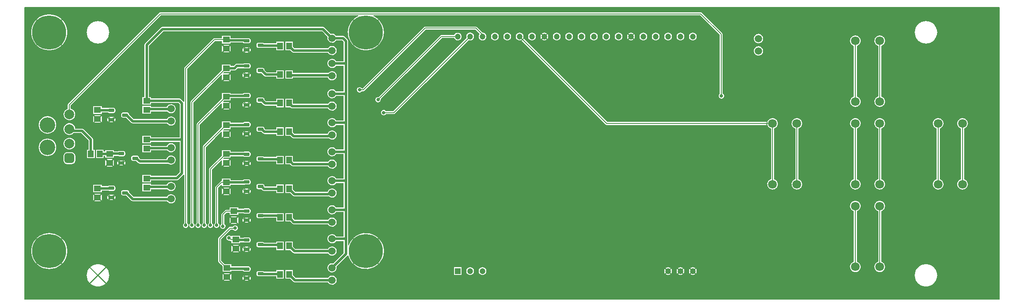
<source format=gtl>
G04*
G04 #@! TF.GenerationSoftware,Altium Limited,Altium Designer,23.9.2 (47)*
G04*
G04 Layer_Physical_Order=1*
G04 Layer_Color=255*
%FSLAX44Y44*%
%MOMM*%
G71*
G04*
G04 #@! TF.SameCoordinates,B85B52A3-4C2F-4B4D-9298-DF2D9D6BFD41*
G04*
G04*
G04 #@! TF.FilePolarity,Positive*
G04*
G01*
G75*
%ADD12C,0.2000*%
G04:AMPARAMS|DCode=13|XSize=0.65mm|YSize=1.25mm|CornerRadius=0.1625mm|HoleSize=0mm|Usage=FLASHONLY|Rotation=90.000|XOffset=0mm|YOffset=0mm|HoleType=Round|Shape=RoundedRectangle|*
%AMROUNDEDRECTD13*
21,1,0.6500,0.9250,0,0,90.0*
21,1,0.3250,1.2500,0,0,90.0*
1,1,0.3250,0.4625,0.1625*
1,1,0.3250,0.4625,-0.1625*
1,1,0.3250,-0.4625,-0.1625*
1,1,0.3250,-0.4625,0.1625*
%
%ADD13ROUNDEDRECTD13*%
%ADD14R,1.3500X1.1500*%
%ADD15R,1.1500X1.3500*%
%ADD29C,0.2032*%
%ADD30C,0.5000*%
%ADD31C,1.0000*%
%ADD32C,1.5000*%
%ADD33C,7.0000*%
%ADD34C,2.0000*%
G04:AMPARAMS|DCode=35|XSize=2mm|YSize=2mm|CornerRadius=0.5mm|HoleSize=0mm|Usage=FLASHONLY|Rotation=270.000|XOffset=0mm|YOffset=0mm|HoleType=Round|Shape=RoundedRectangle|*
%AMROUNDEDRECTD35*
21,1,2.0000,1.0000,0,0,270.0*
21,1,1.0000,2.0000,0,0,270.0*
1,1,1.0000,-0.5000,-0.5000*
1,1,1.0000,-0.5000,0.5000*
1,1,1.0000,0.5000,0.5000*
1,1,1.0000,0.5000,-0.5000*
%
%ADD35ROUNDEDRECTD35*%
%ADD36C,3.2000*%
%ADD37C,1.2000*%
%ADD38R,1.2000X1.2000*%
%ADD39C,1.8000*%
%ADD40C,0.7000*%
G36*
X2000000D02*
X0D01*
Y600000D01*
X2000000D01*
Y0D01*
D02*
G37*
%LPC*%
G36*
X1387640Y591059D02*
X1387640Y591059D01*
X278120D01*
X278120Y591059D01*
X276950Y590826D01*
X275957Y590163D01*
X88837Y403043D01*
X88174Y402051D01*
X87941Y400880D01*
X87941Y400880D01*
Y392486D01*
X86808Y392182D01*
X84072Y390602D01*
X81838Y388368D01*
X80258Y385632D01*
X79440Y382580D01*
Y379420D01*
X80258Y376368D01*
X81838Y373632D01*
X84072Y371398D01*
X86808Y369818D01*
X89860Y369000D01*
X93020D01*
X96072Y369818D01*
X98808Y371398D01*
X101042Y373632D01*
X102622Y376368D01*
X103440Y379420D01*
Y382580D01*
X102622Y385632D01*
X101042Y388368D01*
X98808Y390602D01*
X96072Y392182D01*
X94059Y392722D01*
Y399613D01*
X279387Y584941D01*
X684279D01*
X684584Y583671D01*
X680608Y581645D01*
X675896Y578222D01*
X674544Y576870D01*
X700000Y551414D01*
X725456Y576870D01*
X724104Y578222D01*
X719392Y581645D01*
X715416Y583671D01*
X715721Y584941D01*
X1386373D01*
X1426481Y544833D01*
Y423269D01*
X1425427Y422215D01*
X1424590Y420194D01*
Y418006D01*
X1425427Y415984D01*
X1426974Y414437D01*
X1428996Y413600D01*
X1431184D01*
X1433206Y414437D01*
X1434753Y415984D01*
X1435590Y418006D01*
Y420194D01*
X1434753Y422215D01*
X1433206Y423763D01*
X1432599Y424014D01*
Y546100D01*
X1432366Y547271D01*
X1431703Y548263D01*
X1389803Y590163D01*
X1388811Y590826D01*
X1387640Y591059D01*
D02*
G37*
G36*
X925830Y561859D02*
X925830Y561859D01*
X821690D01*
X821690Y561859D01*
X820519Y561626D01*
X819527Y560963D01*
X819527Y560963D01*
X693423Y434859D01*
X691756D01*
X691733Y434916D01*
X690185Y436463D01*
X688164Y437300D01*
X685976D01*
X683954Y436463D01*
X682407Y434916D01*
X681570Y432894D01*
Y430706D01*
X682407Y428685D01*
X683954Y427137D01*
X685976Y426300D01*
X688164D01*
X690185Y427137D01*
X691733Y428685D01*
X691756Y428741D01*
X694690D01*
X694690Y428741D01*
X695861Y428974D01*
X696853Y429637D01*
X822957Y555741D01*
X924563D01*
X933595Y546709D01*
X933098Y546212D01*
X932045Y544388D01*
X931500Y542353D01*
Y540247D01*
X932045Y538212D01*
X933098Y536388D01*
X934588Y534898D01*
X936412Y533845D01*
X938447Y533300D01*
X940553D01*
X942588Y533845D01*
X944412Y534898D01*
X945902Y536388D01*
X946955Y538212D01*
X947500Y540247D01*
Y542353D01*
X946955Y544388D01*
X945902Y546212D01*
X944412Y547702D01*
X942588Y548755D01*
X940553Y549300D01*
X939656D01*
X927993Y560963D01*
X927001Y561626D01*
X925830Y561859D01*
D02*
G37*
G36*
X52912Y587000D02*
X47088D01*
X41336Y586089D01*
X35797Y584289D01*
X30608Y581645D01*
X25896Y578222D01*
X24544Y576870D01*
X50000Y551414D01*
X75456Y576870D01*
X74104Y578222D01*
X69392Y581645D01*
X64203Y584289D01*
X58664Y586089D01*
X52912Y587000D01*
D02*
G37*
G36*
X1245353Y549300D02*
X1243247D01*
X1241212Y548755D01*
X1239388Y547702D01*
X1239350Y547664D01*
X1244300Y542714D01*
X1249250Y547664D01*
X1249212Y547702D01*
X1247388Y548755D01*
X1245353Y549300D01*
D02*
G37*
G36*
X1067553D02*
X1065447D01*
X1063412Y548755D01*
X1061588Y547702D01*
X1061550Y547664D01*
X1066500Y542714D01*
X1071450Y547664D01*
X1071412Y547702D01*
X1069588Y548755D01*
X1067553Y549300D01*
D02*
G37*
G36*
X1072864Y546250D02*
X1067914Y541300D01*
X1072864Y536350D01*
X1072902Y536388D01*
X1073955Y538212D01*
X1074500Y540247D01*
Y542353D01*
X1073955Y544388D01*
X1072902Y546212D01*
X1072864Y546250D01*
D02*
G37*
G36*
X1250664D02*
X1245714Y541300D01*
X1250664Y536350D01*
X1250702Y536388D01*
X1251755Y538212D01*
X1252300Y540247D01*
Y542353D01*
X1251755Y544388D01*
X1250702Y546212D01*
X1250664Y546250D01*
D02*
G37*
G36*
X1237936Y546250D02*
X1237898Y546212D01*
X1236845Y544388D01*
X1236300Y542353D01*
Y540247D01*
X1236845Y538212D01*
X1237898Y536388D01*
X1237936Y536350D01*
X1242886Y541300D01*
X1237936Y546250D01*
D02*
G37*
G36*
X1060136D02*
X1060098Y546212D01*
X1059045Y544388D01*
X1058500Y542353D01*
Y540247D01*
X1059045Y538212D01*
X1060098Y536388D01*
X1060136Y536350D01*
X1065086Y541300D01*
X1060136Y546250D01*
D02*
G37*
G36*
X1372353Y549300D02*
X1370247D01*
X1368212Y548755D01*
X1366388Y547702D01*
X1364898Y546212D01*
X1363845Y544388D01*
X1363300Y542353D01*
Y540247D01*
X1363845Y538212D01*
X1364898Y536388D01*
X1366388Y534898D01*
X1368212Y533845D01*
X1370247Y533300D01*
X1372353D01*
X1374388Y533845D01*
X1376212Y534898D01*
X1377702Y536388D01*
X1378755Y538212D01*
X1379300Y540247D01*
Y542353D01*
X1378755Y544388D01*
X1377702Y546212D01*
X1376212Y547702D01*
X1374388Y548755D01*
X1372353Y549300D01*
D02*
G37*
G36*
X1346953D02*
X1344847D01*
X1342812Y548755D01*
X1340988Y547702D01*
X1339498Y546212D01*
X1338445Y544388D01*
X1337900Y542353D01*
Y540247D01*
X1338445Y538212D01*
X1339498Y536388D01*
X1340988Y534898D01*
X1342812Y533845D01*
X1344847Y533300D01*
X1346953D01*
X1348988Y533845D01*
X1350812Y534898D01*
X1352302Y536388D01*
X1353355Y538212D01*
X1353900Y540247D01*
Y542353D01*
X1353355Y544388D01*
X1352302Y546212D01*
X1350812Y547702D01*
X1348988Y548755D01*
X1346953Y549300D01*
D02*
G37*
G36*
X1321553D02*
X1319447D01*
X1317412Y548755D01*
X1315588Y547702D01*
X1314098Y546212D01*
X1313045Y544388D01*
X1312500Y542353D01*
Y540247D01*
X1313045Y538212D01*
X1314098Y536388D01*
X1315588Y534898D01*
X1317412Y533845D01*
X1319447Y533300D01*
X1321553D01*
X1323588Y533845D01*
X1325412Y534898D01*
X1326902Y536388D01*
X1327955Y538212D01*
X1328500Y540247D01*
Y542353D01*
X1327955Y544388D01*
X1326902Y546212D01*
X1325412Y547702D01*
X1323588Y548755D01*
X1321553Y549300D01*
D02*
G37*
G36*
X1296153D02*
X1294047D01*
X1292012Y548755D01*
X1290188Y547702D01*
X1288698Y546212D01*
X1287645Y544388D01*
X1287100Y542353D01*
Y540247D01*
X1287645Y538212D01*
X1288698Y536388D01*
X1290188Y534898D01*
X1292012Y533845D01*
X1294047Y533300D01*
X1296153D01*
X1298188Y533845D01*
X1300012Y534898D01*
X1301502Y536388D01*
X1302555Y538212D01*
X1303100Y540247D01*
Y542353D01*
X1302555Y544388D01*
X1301502Y546212D01*
X1300012Y547702D01*
X1298188Y548755D01*
X1296153Y549300D01*
D02*
G37*
G36*
X1270753D02*
X1268647D01*
X1266612Y548755D01*
X1264788Y547702D01*
X1263298Y546212D01*
X1262245Y544388D01*
X1261700Y542353D01*
Y540247D01*
X1262245Y538212D01*
X1263298Y536388D01*
X1264788Y534898D01*
X1266612Y533845D01*
X1268647Y533300D01*
X1270753D01*
X1272788Y533845D01*
X1274612Y534898D01*
X1276102Y536388D01*
X1277155Y538212D01*
X1277700Y540247D01*
Y542353D01*
X1277155Y544388D01*
X1276102Y546212D01*
X1274612Y547702D01*
X1272788Y548755D01*
X1270753Y549300D01*
D02*
G37*
G36*
X1244300Y539886D02*
X1239350Y534936D01*
X1239388Y534898D01*
X1241212Y533845D01*
X1243247Y533300D01*
X1245353D01*
X1247388Y533845D01*
X1249212Y534898D01*
X1249250Y534936D01*
X1244300Y539886D01*
D02*
G37*
G36*
X1219953Y549300D02*
X1217847D01*
X1215812Y548755D01*
X1213988Y547702D01*
X1212498Y546212D01*
X1211445Y544388D01*
X1210900Y542353D01*
Y540247D01*
X1211445Y538212D01*
X1212498Y536388D01*
X1213988Y534898D01*
X1215812Y533845D01*
X1217847Y533300D01*
X1219953D01*
X1221988Y533845D01*
X1223812Y534898D01*
X1225302Y536388D01*
X1226355Y538212D01*
X1226900Y540247D01*
Y542353D01*
X1226355Y544388D01*
X1225302Y546212D01*
X1223812Y547702D01*
X1221988Y548755D01*
X1219953Y549300D01*
D02*
G37*
G36*
X1194553D02*
X1192447D01*
X1190412Y548755D01*
X1188588Y547702D01*
X1187098Y546212D01*
X1186045Y544388D01*
X1185500Y542353D01*
Y540247D01*
X1186045Y538212D01*
X1187098Y536388D01*
X1188588Y534898D01*
X1190412Y533845D01*
X1192447Y533300D01*
X1194553D01*
X1196588Y533845D01*
X1198412Y534898D01*
X1199902Y536388D01*
X1200955Y538212D01*
X1201500Y540247D01*
Y542353D01*
X1200955Y544388D01*
X1199902Y546212D01*
X1198412Y547702D01*
X1196588Y548755D01*
X1194553Y549300D01*
D02*
G37*
G36*
X1169153D02*
X1167047D01*
X1165012Y548755D01*
X1163188Y547702D01*
X1161698Y546212D01*
X1160645Y544388D01*
X1160100Y542353D01*
Y540247D01*
X1160645Y538212D01*
X1161698Y536388D01*
X1163188Y534898D01*
X1165012Y533845D01*
X1167047Y533300D01*
X1169153D01*
X1171188Y533845D01*
X1173012Y534898D01*
X1174502Y536388D01*
X1175555Y538212D01*
X1176100Y540247D01*
Y542353D01*
X1175555Y544388D01*
X1174502Y546212D01*
X1173012Y547702D01*
X1171188Y548755D01*
X1169153Y549300D01*
D02*
G37*
G36*
X1143753D02*
X1141647D01*
X1139612Y548755D01*
X1137788Y547702D01*
X1136298Y546212D01*
X1135245Y544388D01*
X1134700Y542353D01*
Y540247D01*
X1135245Y538212D01*
X1136298Y536388D01*
X1137788Y534898D01*
X1139612Y533845D01*
X1141647Y533300D01*
X1143753D01*
X1145788Y533845D01*
X1147612Y534898D01*
X1149102Y536388D01*
X1150155Y538212D01*
X1150700Y540247D01*
Y542353D01*
X1150155Y544388D01*
X1149102Y546212D01*
X1147612Y547702D01*
X1145788Y548755D01*
X1143753Y549300D01*
D02*
G37*
G36*
X1118353D02*
X1116247D01*
X1114212Y548755D01*
X1112388Y547702D01*
X1110898Y546212D01*
X1109845Y544388D01*
X1109300Y542353D01*
Y540247D01*
X1109845Y538212D01*
X1110898Y536388D01*
X1112388Y534898D01*
X1114212Y533845D01*
X1116247Y533300D01*
X1118353D01*
X1120388Y533845D01*
X1122212Y534898D01*
X1123702Y536388D01*
X1124755Y538212D01*
X1125300Y540247D01*
Y542353D01*
X1124755Y544388D01*
X1123702Y546212D01*
X1122212Y547702D01*
X1120388Y548755D01*
X1118353Y549300D01*
D02*
G37*
G36*
X1092953D02*
X1090847D01*
X1088812Y548755D01*
X1086988Y547702D01*
X1085498Y546212D01*
X1084445Y544388D01*
X1083900Y542353D01*
Y540247D01*
X1084445Y538212D01*
X1085498Y536388D01*
X1086988Y534898D01*
X1088812Y533845D01*
X1090847Y533300D01*
X1092953D01*
X1094988Y533845D01*
X1096812Y534898D01*
X1098302Y536388D01*
X1099355Y538212D01*
X1099900Y540247D01*
Y542353D01*
X1099355Y544388D01*
X1098302Y546212D01*
X1096812Y547702D01*
X1094988Y548755D01*
X1092953Y549300D01*
D02*
G37*
G36*
X1066500Y539886D02*
X1061550Y534936D01*
X1061588Y534898D01*
X1063412Y533845D01*
X1065447Y533300D01*
X1067553D01*
X1069588Y533845D01*
X1071412Y534898D01*
X1071450Y534936D01*
X1066500Y539886D01*
D02*
G37*
G36*
X1042153Y549300D02*
X1040047D01*
X1038012Y548755D01*
X1036188Y547702D01*
X1034698Y546212D01*
X1033645Y544388D01*
X1033100Y542353D01*
Y540247D01*
X1033645Y538212D01*
X1034698Y536388D01*
X1036188Y534898D01*
X1038012Y533845D01*
X1040047Y533300D01*
X1042153D01*
X1044188Y533845D01*
X1046012Y534898D01*
X1047502Y536388D01*
X1048555Y538212D01*
X1049100Y540247D01*
Y542353D01*
X1048555Y544388D01*
X1047502Y546212D01*
X1046012Y547702D01*
X1044188Y548755D01*
X1042153Y549300D01*
D02*
G37*
G36*
X991353D02*
X989247D01*
X987212Y548755D01*
X985388Y547702D01*
X983898Y546212D01*
X982845Y544388D01*
X982300Y542353D01*
Y540247D01*
X982845Y538212D01*
X983898Y536388D01*
X985388Y534898D01*
X987212Y533845D01*
X989247Y533300D01*
X991353D01*
X993388Y533845D01*
X995212Y534898D01*
X996702Y536388D01*
X997755Y538212D01*
X998300Y540247D01*
Y542353D01*
X997755Y544388D01*
X996702Y546212D01*
X995212Y547702D01*
X993388Y548755D01*
X991353Y549300D01*
D02*
G37*
G36*
X965953D02*
X963847D01*
X961812Y548755D01*
X959988Y547702D01*
X958498Y546212D01*
X957445Y544388D01*
X956900Y542353D01*
Y540247D01*
X957445Y538212D01*
X958498Y536388D01*
X959988Y534898D01*
X961812Y533845D01*
X963847Y533300D01*
X965953D01*
X967988Y533845D01*
X969812Y534898D01*
X971302Y536388D01*
X972355Y538212D01*
X972900Y540247D01*
Y542353D01*
X972355Y544388D01*
X971302Y546212D01*
X969812Y547702D01*
X967988Y548755D01*
X965953Y549300D01*
D02*
G37*
G36*
X915153D02*
X913047D01*
X911012Y548755D01*
X909188Y547702D01*
X907698Y546212D01*
X906645Y544388D01*
X906100Y542353D01*
Y540247D01*
X906645Y538212D01*
X906660Y538186D01*
X756343Y387869D01*
X741286D01*
X741263Y387925D01*
X739715Y389473D01*
X737694Y390310D01*
X735506D01*
X733484Y389473D01*
X731937Y387925D01*
X731100Y385904D01*
Y383716D01*
X731937Y381694D01*
X733484Y380147D01*
X735506Y379310D01*
X737694D01*
X739715Y380147D01*
X741263Y381694D01*
X741286Y381751D01*
X757610D01*
X757610Y381751D01*
X758781Y381984D01*
X759773Y382647D01*
X910986Y533860D01*
X911012Y533845D01*
X913047Y533300D01*
X915153D01*
X917188Y533845D01*
X919012Y534898D01*
X920502Y536388D01*
X921555Y538212D01*
X922100Y540247D01*
Y542353D01*
X921555Y544388D01*
X920502Y546212D01*
X919012Y547702D01*
X917188Y548755D01*
X915153Y549300D01*
D02*
G37*
G36*
X889753D02*
X887647D01*
X885612Y548755D01*
X883788Y547702D01*
X882298Y546212D01*
X881245Y544388D01*
X881237Y544359D01*
X854990D01*
X853820Y544126D01*
X852827Y543463D01*
X852827Y543463D01*
X726321Y416956D01*
X726264Y416980D01*
X724076D01*
X722055Y416143D01*
X720507Y414595D01*
X719670Y412574D01*
Y410386D01*
X720507Y408364D01*
X722055Y406817D01*
X724076Y405980D01*
X726264D01*
X728286Y406817D01*
X729833Y408364D01*
X730670Y410386D01*
Y412574D01*
X730647Y412631D01*
X856257Y538241D01*
X881237D01*
X881245Y538212D01*
X882298Y536388D01*
X883788Y534898D01*
X885612Y533845D01*
X887647Y533300D01*
X889753D01*
X891788Y533845D01*
X893612Y534898D01*
X895102Y536388D01*
X896155Y538212D01*
X896700Y540247D01*
Y542353D01*
X896155Y544388D01*
X895102Y546212D01*
X893612Y547702D01*
X891788Y548755D01*
X889753Y549300D01*
D02*
G37*
G36*
X1507311Y546710D02*
X1504809D01*
X1502393Y546063D01*
X1500227Y544812D01*
X1498458Y543043D01*
X1497207Y540877D01*
X1496560Y538461D01*
Y535959D01*
X1497207Y533543D01*
X1498458Y531377D01*
X1500227Y529608D01*
X1502393Y528357D01*
X1504809Y527710D01*
X1507311D01*
X1509727Y528357D01*
X1511893Y529608D01*
X1513662Y531377D01*
X1514913Y533543D01*
X1515560Y535959D01*
Y538461D01*
X1514913Y540877D01*
X1513662Y543043D01*
X1511893Y544812D01*
X1509727Y546063D01*
X1507311Y546710D01*
D02*
G37*
G36*
X531430Y530720D02*
X515930D01*
Y527193D01*
X491029D01*
X490839Y527478D01*
X489639Y528280D01*
X488225Y528561D01*
X478975D01*
X477561Y528280D01*
X476362Y527478D01*
X475560Y526279D01*
X475279Y524865D01*
Y521615D01*
X475560Y520201D01*
X476362Y519002D01*
X477561Y518200D01*
X478975Y517919D01*
X488225D01*
X488717Y518017D01*
X515930D01*
Y513220D01*
X531430D01*
Y530720D01*
D02*
G37*
G36*
X1852265Y573000D02*
X1847735D01*
X1843291Y572116D01*
X1839105Y570382D01*
X1835338Y567865D01*
X1832135Y564662D01*
X1829618Y560895D01*
X1827884Y556709D01*
X1827000Y552265D01*
Y547735D01*
X1827884Y543291D01*
X1829618Y539105D01*
X1832135Y535338D01*
X1835338Y532135D01*
X1839105Y529618D01*
X1843291Y527884D01*
X1847735Y527000D01*
X1852265D01*
X1856709Y527884D01*
X1860895Y529618D01*
X1864662Y532135D01*
X1867865Y535338D01*
X1870382Y539105D01*
X1872116Y543291D01*
X1873000Y547735D01*
Y552265D01*
X1872116Y556709D01*
X1870382Y560895D01*
X1867865Y564662D01*
X1864662Y567865D01*
X1860895Y570382D01*
X1856709Y572116D01*
X1852265Y573000D01*
D02*
G37*
G36*
X152265D02*
X147735D01*
X143291Y572116D01*
X139105Y570382D01*
X135338Y567865D01*
X132135Y564662D01*
X129618Y560895D01*
X127884Y556709D01*
X127000Y552265D01*
Y547735D01*
X127884Y543291D01*
X129618Y539105D01*
X132135Y535338D01*
X135338Y532135D01*
X139105Y529618D01*
X143291Y527884D01*
X147735Y527000D01*
X152265D01*
X156709Y527884D01*
X160895Y529618D01*
X164662Y532135D01*
X167865Y535338D01*
X170382Y539105D01*
X172116Y543291D01*
X173000Y547735D01*
Y552265D01*
X172116Y556709D01*
X170382Y560895D01*
X167865Y564662D01*
X164662Y567865D01*
X160895Y570382D01*
X156709Y572116D01*
X152265Y573000D01*
D02*
G37*
G36*
X76870Y575456D02*
X51414Y550000D01*
X76870Y524544D01*
X78222Y525896D01*
X81645Y530608D01*
X84289Y535797D01*
X86089Y541336D01*
X87000Y547088D01*
Y552912D01*
X86089Y558664D01*
X84289Y564203D01*
X81645Y569392D01*
X78222Y574104D01*
X76870Y575456D01*
D02*
G37*
G36*
X726870D02*
X701414Y550000D01*
X726870Y524544D01*
X728222Y525896D01*
X731645Y530608D01*
X734289Y535797D01*
X736089Y541336D01*
X737000Y547088D01*
Y552912D01*
X736089Y558664D01*
X734289Y564203D01*
X731645Y569392D01*
X728222Y574104D01*
X726870Y575456D01*
D02*
G37*
G36*
X673130D02*
X671778Y574104D01*
X668355Y569392D01*
X665711Y564203D01*
X663911Y558664D01*
X663000Y552912D01*
Y547088D01*
X663911Y541336D01*
X665711Y535797D01*
X668355Y530608D01*
X671778Y525896D01*
X673130Y524544D01*
X698586Y550000D01*
X673130Y575456D01*
D02*
G37*
G36*
X23130D02*
X21778Y574104D01*
X18355Y569392D01*
X15711Y564203D01*
X13911Y558664D01*
X13000Y552912D01*
Y547088D01*
X13911Y541336D01*
X15711Y535797D01*
X18355Y530608D01*
X21778Y525896D01*
X23130Y524544D01*
X48586Y550000D01*
X23130Y575456D01*
D02*
G37*
G36*
X700000Y548586D02*
X674544Y523130D01*
X675896Y521778D01*
X680608Y518355D01*
X685797Y515711D01*
X691336Y513911D01*
X697088Y513000D01*
X702912D01*
X708664Y513911D01*
X714203Y515711D01*
X719392Y518355D01*
X724104Y521778D01*
X725456Y523130D01*
X700000Y548586D01*
D02*
G37*
G36*
X50000D02*
X24544Y523130D01*
X25896Y521778D01*
X30608Y518355D01*
X35797Y515711D01*
X41336Y513911D01*
X47088Y513000D01*
X52912D01*
X58664Y513911D01*
X64203Y515711D01*
X69392Y518355D01*
X74104Y521778D01*
X75456Y523130D01*
X50000Y548586D01*
D02*
G37*
G36*
X447295Y517131D02*
X447060Y516779D01*
X446779Y515365D01*
Y512115D01*
X447060Y510701D01*
X447295Y510349D01*
X450686Y513740D01*
X447295Y517131D01*
D02*
G37*
G36*
X462905Y517131D02*
X459514Y513740D01*
X462905Y510349D01*
X463140Y510701D01*
X463421Y512115D01*
Y515365D01*
X463140Y516779D01*
X462905Y517131D01*
D02*
G37*
G36*
X422300Y522701D02*
X415964Y516365D01*
X422300Y510029D01*
Y522701D01*
D02*
G37*
G36*
X404800Y522701D02*
Y510029D01*
X411136Y516365D01*
X404800Y522701D01*
D02*
G37*
G36*
X420886Y524115D02*
X406214D01*
X413257Y517072D01*
X412550Y516365D01*
X413257Y515658D01*
X406214Y508615D01*
X420886D01*
X413843Y515658D01*
X414550Y516365D01*
X413843Y517072D01*
X420886Y524115D01*
D02*
G37*
G36*
X459725Y519061D02*
X450475D01*
X449061Y518780D01*
X448709Y518545D01*
X452807Y514447D01*
X452100Y513740D01*
X452807Y513033D01*
X448709Y508935D01*
X449061Y508700D01*
X450475Y508419D01*
X459725D01*
X461139Y508700D01*
X461491Y508935D01*
X457393Y513033D01*
X458100Y513740D01*
X457393Y514447D01*
X461491Y518545D01*
X461139Y518780D01*
X459725Y519061D01*
D02*
G37*
G36*
X549930Y530720D02*
X534430D01*
Y513220D01*
X544441D01*
X548236Y509426D01*
X549724Y508431D01*
X551480Y508082D01*
X622399D01*
X623118Y506837D01*
X624887Y505068D01*
X627053Y503817D01*
X629469Y503170D01*
X631971D01*
X634387Y503817D01*
X636553Y505068D01*
X638322Y506837D01*
X639573Y509003D01*
X640220Y511419D01*
Y513921D01*
X639573Y516337D01*
X638322Y518503D01*
X636553Y520272D01*
X634387Y521523D01*
X631971Y522170D01*
X629469D01*
X627053Y521523D01*
X624887Y520272D01*
X623118Y518503D01*
X622399Y517258D01*
X553380D01*
X549930Y520708D01*
Y530720D01*
D02*
G37*
G36*
X1507311Y521310D02*
X1504809D01*
X1502393Y520663D01*
X1500227Y519412D01*
X1498458Y517643D01*
X1497207Y515477D01*
X1496560Y513061D01*
Y510559D01*
X1497207Y508143D01*
X1498458Y505977D01*
X1500227Y504208D01*
X1502393Y502957D01*
X1504809Y502310D01*
X1507311D01*
X1509727Y502957D01*
X1511893Y504208D01*
X1513662Y505977D01*
X1514913Y508143D01*
X1515560Y510559D01*
Y513061D01*
X1514913Y515477D01*
X1513662Y517643D01*
X1511893Y519412D01*
X1509727Y520663D01*
X1507311Y521310D01*
D02*
G37*
G36*
X612061Y561317D02*
X282409D01*
X280653Y560968D01*
X279165Y559973D01*
X246756Y527564D01*
X245761Y526076D01*
X245412Y524320D01*
Y417000D01*
X241250D01*
Y401500D01*
X258750D01*
Y404662D01*
X315289D01*
X317992Y401959D01*
Y333838D01*
X258750D01*
Y337000D01*
X241250D01*
Y321500D01*
X258750D01*
Y324662D01*
X317992D01*
Y262250D01*
X310520Y254778D01*
X258750D01*
Y257000D01*
X241250D01*
Y241500D01*
X258750D01*
Y245602D01*
X312420D01*
X314176Y245951D01*
X315664Y246946D01*
X325821Y257103D01*
X325835Y257103D01*
X327091Y256716D01*
Y157686D01*
X327034Y157663D01*
X325487Y156116D01*
X324650Y154094D01*
Y151906D01*
X325487Y149885D01*
X327034Y148337D01*
X329056Y147500D01*
X331244D01*
X333265Y148337D01*
X334813Y149885D01*
X335650Y151906D01*
Y154094D01*
X334813Y156116D01*
X333265Y157663D01*
X333209Y157686D01*
Y474933D01*
X390082Y531806D01*
X404800D01*
Y527115D01*
X422300D01*
Y528902D01*
X447594D01*
X447862Y528502D01*
X449061Y527700D01*
X450475Y527419D01*
X459725D01*
X461139Y527700D01*
X462338Y528502D01*
X463140Y529701D01*
X463421Y531115D01*
Y534365D01*
X463140Y535779D01*
X462338Y536978D01*
X461139Y537780D01*
X459725Y538061D01*
X454436D01*
X454350Y538078D01*
X422300D01*
Y542615D01*
X404800D01*
Y537924D01*
X388815D01*
X388815Y537924D01*
X387644Y537691D01*
X386652Y537028D01*
X327987Y478363D01*
X327324Y477370D01*
X327091Y476200D01*
X327091Y476200D01*
Y407494D01*
X325835Y407108D01*
X325821Y407107D01*
X320434Y412494D01*
X318946Y413489D01*
X317190Y413838D01*
X258750D01*
Y417000D01*
X254588D01*
Y522420D01*
X284309Y552141D01*
X610161D01*
X621592Y540709D01*
X621220Y539321D01*
Y536819D01*
X621867Y534403D01*
X623118Y532237D01*
X624887Y530468D01*
X627053Y529217D01*
X629469Y528570D01*
X631971D01*
X634387Y529217D01*
X636553Y530468D01*
X638322Y532237D01*
X639023Y533452D01*
X651320D01*
X654542Y530229D01*
Y490588D01*
X639041D01*
X638322Y491833D01*
X636553Y493602D01*
X634387Y494853D01*
X631971Y495500D01*
X629469D01*
X627053Y494853D01*
X624887Y493602D01*
X623118Y491833D01*
X621867Y489667D01*
X621220Y487251D01*
Y484749D01*
X621867Y482333D01*
X623118Y480167D01*
X624887Y478398D01*
X627053Y477147D01*
X629469Y476500D01*
X631971D01*
X634387Y477147D01*
X636553Y478398D01*
X638322Y480167D01*
X639041Y481412D01*
X654542D01*
Y428358D01*
X639041D01*
X638322Y429603D01*
X636553Y431372D01*
X634387Y432623D01*
X631971Y433270D01*
X629469D01*
X627053Y432623D01*
X624887Y431372D01*
X623118Y429603D01*
X621867Y427437D01*
X621220Y425021D01*
Y422519D01*
X621867Y420103D01*
X623118Y417937D01*
X624887Y416168D01*
X627053Y414917D01*
X629469Y414270D01*
X631971D01*
X634387Y414917D01*
X636553Y416168D01*
X638322Y417937D01*
X639041Y419182D01*
X654542D01*
Y368668D01*
X639041D01*
X638322Y369913D01*
X636553Y371682D01*
X634387Y372933D01*
X631971Y373580D01*
X629469D01*
X627053Y372933D01*
X624887Y371682D01*
X623118Y369913D01*
X621867Y367747D01*
X621220Y365331D01*
Y362829D01*
X621867Y360413D01*
X623118Y358247D01*
X624887Y356478D01*
X627053Y355228D01*
X629469Y354580D01*
X631971D01*
X634387Y355228D01*
X636553Y356478D01*
X638322Y358247D01*
X639041Y359492D01*
X654542D01*
Y308978D01*
X639041D01*
X638322Y310223D01*
X636553Y311992D01*
X634387Y313243D01*
X631971Y313890D01*
X629469D01*
X627053Y313243D01*
X624887Y311992D01*
X623118Y310223D01*
X621867Y308057D01*
X621220Y305641D01*
Y303139D01*
X621867Y300723D01*
X623118Y298557D01*
X624887Y296788D01*
X627053Y295537D01*
X629469Y294890D01*
X631971D01*
X634387Y295537D01*
X636553Y296788D01*
X638322Y298557D01*
X639041Y299802D01*
X654542D01*
Y249288D01*
X639041D01*
X638322Y250533D01*
X636553Y252302D01*
X634387Y253553D01*
X631971Y254200D01*
X629469D01*
X627053Y253553D01*
X624887Y252302D01*
X623118Y250533D01*
X621867Y248367D01*
X621220Y245951D01*
Y243449D01*
X621867Y241033D01*
X623118Y238867D01*
X624887Y237098D01*
X627053Y235847D01*
X629469Y235200D01*
X631971D01*
X634387Y235847D01*
X636553Y237098D01*
X638322Y238867D01*
X639041Y240112D01*
X654542D01*
Y189598D01*
X639041D01*
X638322Y190843D01*
X636553Y192612D01*
X634387Y193863D01*
X631971Y194510D01*
X629469D01*
X627053Y193863D01*
X624887Y192612D01*
X623118Y190843D01*
X621867Y188677D01*
X621220Y186261D01*
Y183759D01*
X621867Y181343D01*
X623118Y179177D01*
X624887Y177408D01*
X627053Y176157D01*
X629469Y175510D01*
X631971D01*
X634387Y176157D01*
X636553Y177408D01*
X638322Y179177D01*
X639041Y180422D01*
X654542D01*
Y129908D01*
X639041D01*
X638322Y131153D01*
X636553Y132922D01*
X634387Y134173D01*
X631971Y134820D01*
X629469D01*
X627053Y134173D01*
X624887Y132922D01*
X623118Y131153D01*
X621867Y128987D01*
X621220Y126571D01*
Y124069D01*
X621867Y121653D01*
X623118Y119487D01*
X624887Y117718D01*
X627053Y116468D01*
X629469Y115820D01*
X631971D01*
X634387Y116468D01*
X636553Y117718D01*
X638322Y119487D01*
X639041Y120732D01*
X654542D01*
Y95941D01*
X633359Y74758D01*
X631971Y75130D01*
X629469D01*
X627053Y74483D01*
X624887Y73232D01*
X623118Y71463D01*
X621867Y69297D01*
X621220Y66881D01*
Y64379D01*
X621867Y61963D01*
X623118Y59797D01*
X624887Y58028D01*
X627053Y56778D01*
X629469Y56130D01*
X631971D01*
X634387Y56778D01*
X636553Y58028D01*
X638322Y59797D01*
X639573Y61963D01*
X640220Y64379D01*
Y66881D01*
X639848Y68269D01*
X662374Y90796D01*
X662646Y91203D01*
X663057Y91246D01*
X664026Y90982D01*
X665711Y85797D01*
X668355Y80608D01*
X671778Y75896D01*
X673130Y74544D01*
X698586Y100000D01*
X673130Y125456D01*
X671778Y124104D01*
X668355Y119392D01*
X665711Y114203D01*
X664988Y111979D01*
X663718Y112180D01*
Y125320D01*
Y185420D01*
Y244700D01*
Y303530D01*
Y363220D01*
Y425450D01*
Y486410D01*
Y532130D01*
X663369Y533886D01*
X662374Y535374D01*
X656464Y541284D01*
X654976Y542279D01*
X653220Y542628D01*
X639058D01*
X638322Y543903D01*
X636553Y545672D01*
X634387Y546923D01*
X631971Y547570D01*
X629469D01*
X628081Y547198D01*
X615305Y559973D01*
X613817Y560968D01*
X612061Y561317D01*
D02*
G37*
G36*
X459725Y486236D02*
X450475D01*
X449061Y485955D01*
X448385Y485503D01*
X435328D01*
X433573Y485154D01*
X432084Y484159D01*
X428671Y480746D01*
X422300D01*
Y483908D01*
X404800D01*
Y472734D01*
X340687Y408621D01*
X340024Y407629D01*
X339791Y406458D01*
X339791Y406458D01*
Y157686D01*
X339734Y157663D01*
X338187Y156116D01*
X337350Y154094D01*
Y151906D01*
X338187Y149885D01*
X339734Y148337D01*
X341756Y147500D01*
X343944D01*
X345965Y148337D01*
X347513Y149885D01*
X348350Y151906D01*
Y154094D01*
X347513Y156116D01*
X345965Y157663D01*
X345909Y157686D01*
Y405191D01*
X403627Y462909D01*
X404800Y462423D01*
Y451322D01*
X411843Y458365D01*
X413257Y456951D01*
X406214Y449908D01*
X420886D01*
X413843Y456951D01*
X414550Y457658D01*
X413843Y458365D01*
X420886Y465408D01*
X407785D01*
X407299Y466581D01*
X409126Y468408D01*
X422300D01*
Y471570D01*
X430572D01*
X432327Y471919D01*
X433816Y472914D01*
X437229Y476327D01*
X448385D01*
X449061Y475875D01*
X450475Y475594D01*
X459725D01*
X461139Y475875D01*
X462338Y476676D01*
X463140Y477876D01*
X463421Y479290D01*
Y482540D01*
X463140Y483954D01*
X462338Y485154D01*
X461139Y485955D01*
X459725Y486236D01*
D02*
G37*
G36*
X462905Y465306D02*
X459514Y461915D01*
X462905Y458524D01*
X463140Y458876D01*
X463421Y460290D01*
Y463540D01*
X463140Y464954D01*
X462905Y465306D01*
D02*
G37*
G36*
X447295Y465306D02*
X447060Y464954D01*
X446779Y463540D01*
Y460290D01*
X447060Y458876D01*
X447295Y458524D01*
X450686Y461915D01*
X447295Y465306D01*
D02*
G37*
G36*
X459725Y467236D02*
X450475D01*
X449061Y466955D01*
X448709Y466720D01*
X452807Y462622D01*
X452100Y461915D01*
X452807Y461208D01*
X448709Y457110D01*
X449061Y456875D01*
X450475Y456594D01*
X459725D01*
X461139Y456875D01*
X461491Y457110D01*
X457393Y461208D01*
X458100Y461915D01*
X457393Y462622D01*
X461491Y466720D01*
X461139Y466955D01*
X459725Y467236D01*
D02*
G37*
G36*
X488225Y476736D02*
X478975D01*
X477561Y476455D01*
X476362Y475653D01*
X475560Y474454D01*
X475279Y473040D01*
Y469790D01*
X475560Y468376D01*
X476362Y467177D01*
X477561Y466375D01*
X478975Y466094D01*
X485432D01*
X491538Y459988D01*
X493027Y458993D01*
X494783Y458644D01*
X515930D01*
Y454482D01*
X531430D01*
Y471982D01*
X515930D01*
Y467821D01*
X496683D01*
X491921Y472583D01*
Y473040D01*
X491640Y474454D01*
X490839Y475653D01*
X489639Y476455D01*
X488225Y476736D01*
D02*
G37*
G36*
X422300Y463994D02*
X415964Y457658D01*
X422300Y451322D01*
Y463994D01*
D02*
G37*
G36*
X549930Y471982D02*
X534430D01*
Y454482D01*
X549930D01*
Y457328D01*
X621762D01*
X621867Y456933D01*
X623118Y454767D01*
X624887Y452998D01*
X627053Y451748D01*
X629469Y451100D01*
X631971D01*
X634387Y451748D01*
X636553Y452998D01*
X638322Y454767D01*
X639573Y456933D01*
X640220Y459349D01*
Y461851D01*
X639573Y464267D01*
X638322Y466433D01*
X636553Y468202D01*
X634387Y469453D01*
X631971Y470100D01*
X629469D01*
X627053Y469453D01*
X624887Y468202D01*
X623189Y466504D01*
X549930D01*
Y471982D01*
D02*
G37*
G36*
X459725Y425276D02*
X450475D01*
X449061Y424995D01*
X447862Y424193D01*
X447594Y423793D01*
X422300D01*
Y425201D01*
X404800D01*
Y414027D01*
X353387Y362614D01*
X352724Y361622D01*
X352491Y360451D01*
X352491Y360451D01*
Y157686D01*
X352435Y157663D01*
X350887Y156116D01*
X350050Y154094D01*
Y151906D01*
X350887Y149885D01*
X352435Y148337D01*
X354456Y147500D01*
X356644D01*
X358666Y148337D01*
X360213Y149885D01*
X361050Y151906D01*
Y154094D01*
X360213Y156116D01*
X358666Y157663D01*
X358609Y157686D01*
Y359184D01*
X403627Y404202D01*
X404800Y403716D01*
Y392615D01*
X411843Y399658D01*
X413257Y398244D01*
X406214Y391201D01*
X420886D01*
X413843Y398244D01*
X414550Y398951D01*
X413843Y399658D01*
X420886Y406701D01*
X407785D01*
X407299Y407874D01*
X409126Y409701D01*
X422300D01*
Y414617D01*
X454350D01*
X454436Y414634D01*
X459725D01*
X461139Y414915D01*
X462338Y415717D01*
X463140Y416916D01*
X463421Y418330D01*
Y421580D01*
X463140Y422994D01*
X462338Y424193D01*
X461139Y424995D01*
X459725Y425276D01*
D02*
G37*
G36*
X462905Y404346D02*
X459514Y400955D01*
X462905Y397564D01*
X463140Y397916D01*
X463421Y399330D01*
Y402580D01*
X463140Y403994D01*
X462905Y404346D01*
D02*
G37*
G36*
X447295D02*
X447060Y403994D01*
X446779Y402580D01*
Y399330D01*
X447060Y397916D01*
X447295Y397564D01*
X450686Y400955D01*
X447295Y404346D01*
D02*
G37*
G36*
X1756448Y543500D02*
X1753552D01*
X1750754Y542750D01*
X1748246Y541302D01*
X1746198Y539254D01*
X1744750Y536746D01*
X1744000Y533948D01*
Y531052D01*
X1744750Y528254D01*
X1746198Y525746D01*
X1748246Y523698D01*
X1750754Y522250D01*
X1751941Y521932D01*
Y418068D01*
X1750754Y417750D01*
X1748246Y416302D01*
X1746198Y414254D01*
X1744750Y411746D01*
X1744000Y408948D01*
Y406052D01*
X1744750Y403254D01*
X1746198Y400746D01*
X1748246Y398698D01*
X1750754Y397250D01*
X1753552Y396500D01*
X1756448D01*
X1759246Y397250D01*
X1761754Y398698D01*
X1763802Y400746D01*
X1765250Y403254D01*
X1766000Y406052D01*
Y408948D01*
X1765250Y411746D01*
X1763802Y414254D01*
X1761754Y416302D01*
X1759246Y417750D01*
X1758059Y418068D01*
Y521932D01*
X1759246Y522250D01*
X1761754Y523698D01*
X1763802Y525746D01*
X1765250Y528254D01*
X1766000Y531052D01*
Y533948D01*
X1765250Y536746D01*
X1763802Y539254D01*
X1761754Y541302D01*
X1759246Y542750D01*
X1756448Y543500D01*
D02*
G37*
G36*
X1706448D02*
X1703552D01*
X1700754Y542750D01*
X1698246Y541302D01*
X1696198Y539254D01*
X1694750Y536746D01*
X1694000Y533948D01*
Y531052D01*
X1694750Y528254D01*
X1696198Y525746D01*
X1698246Y523698D01*
X1700754Y522250D01*
X1701941Y521932D01*
Y418068D01*
X1700754Y417750D01*
X1698246Y416302D01*
X1696198Y414254D01*
X1694750Y411746D01*
X1694000Y408948D01*
Y406052D01*
X1694750Y403254D01*
X1696198Y400746D01*
X1698246Y398698D01*
X1700754Y397250D01*
X1703552Y396500D01*
X1706448D01*
X1709246Y397250D01*
X1711754Y398698D01*
X1713802Y400746D01*
X1715250Y403254D01*
X1716000Y406052D01*
Y408948D01*
X1715250Y411746D01*
X1713802Y414254D01*
X1711754Y416302D01*
X1709246Y417750D01*
X1708059Y418068D01*
Y521932D01*
X1709246Y522250D01*
X1711754Y523698D01*
X1713802Y525746D01*
X1715250Y528254D01*
X1716000Y531052D01*
Y533948D01*
X1715250Y536746D01*
X1713802Y539254D01*
X1711754Y541302D01*
X1709246Y542750D01*
X1706448Y543500D01*
D02*
G37*
G36*
X301251Y402200D02*
X298749D01*
X296333Y401553D01*
X294167Y400302D01*
X292398Y398533D01*
X291147Y396367D01*
X291133Y396313D01*
X258750D01*
Y398500D01*
X241250D01*
Y383000D01*
X258750D01*
Y387137D01*
X292242D01*
X292398Y386867D01*
X294167Y385098D01*
X296333Y383847D01*
X298749Y383200D01*
X301251D01*
X303667Y383847D01*
X305833Y385098D01*
X307602Y386867D01*
X308853Y389033D01*
X309500Y391449D01*
Y393951D01*
X308853Y396367D01*
X307602Y398533D01*
X305833Y400302D01*
X303667Y401553D01*
X301251Y402200D01*
D02*
G37*
G36*
X488225Y415776D02*
X478975D01*
X477561Y415495D01*
X476362Y414693D01*
X475560Y413494D01*
X475279Y412080D01*
Y408830D01*
X475560Y407416D01*
X476362Y406217D01*
X477561Y405415D01*
X478975Y405134D01*
X485432D01*
X489951Y400616D01*
X491439Y399621D01*
X493195Y399272D01*
X515930D01*
Y395745D01*
X531430D01*
Y413245D01*
X515930D01*
Y408448D01*
X495095D01*
X491921Y411623D01*
Y412080D01*
X491640Y413494D01*
X490839Y414693D01*
X489639Y415495D01*
X488225Y415776D01*
D02*
G37*
G36*
X459725Y406276D02*
X450475D01*
X449061Y405995D01*
X448709Y405760D01*
X452807Y401662D01*
X452100Y400955D01*
X452807Y400248D01*
X448709Y396150D01*
X449061Y395915D01*
X450475Y395634D01*
X459725D01*
X461139Y395915D01*
X461491Y396150D01*
X457393Y400248D01*
X458100Y400955D01*
X457393Y401662D01*
X461491Y405760D01*
X461139Y405995D01*
X459725Y406276D01*
D02*
G37*
G36*
X422300Y405287D02*
X415964Y398951D01*
X422300Y392616D01*
Y405287D01*
D02*
G37*
G36*
X549930Y413245D02*
X534430D01*
Y395745D01*
X544496D01*
X545115Y395126D01*
X546603Y394131D01*
X548359Y393782D01*
X622399D01*
X623118Y392537D01*
X624887Y390768D01*
X627053Y389518D01*
X629469Y388870D01*
X631971D01*
X634387Y389518D01*
X636553Y390768D01*
X638322Y392537D01*
X639573Y394703D01*
X640220Y397119D01*
Y399621D01*
X639573Y402037D01*
X638322Y404203D01*
X636553Y405972D01*
X634387Y407223D01*
X631971Y407870D01*
X629469D01*
X627053Y407223D01*
X624887Y405972D01*
X623118Y404203D01*
X622399Y402958D01*
X550259D01*
X549930Y403288D01*
Y413245D01*
D02*
G37*
G36*
X157850Y397831D02*
X140350D01*
Y382331D01*
X157850D01*
Y385117D01*
X170125D01*
X170142Y385092D01*
X171341Y384291D01*
X172755Y384010D01*
X182005D01*
X183420Y384291D01*
X184619Y385092D01*
X185420Y386291D01*
X185701Y387705D01*
Y390956D01*
X185420Y392370D01*
X184619Y393569D01*
X183420Y394370D01*
X182005Y394652D01*
X172755D01*
X171341Y394370D01*
X171226Y394294D01*
X157850D01*
Y397831D01*
D02*
G37*
G36*
X169575Y373721D02*
X169341Y373370D01*
X169059Y371956D01*
Y368706D01*
X169341Y367291D01*
X169575Y366940D01*
X172966Y370331D01*
X169575Y373721D01*
D02*
G37*
G36*
X185185Y373721D02*
X181794Y370331D01*
X185185Y366940D01*
X185420Y367291D01*
X185701Y368706D01*
Y371956D01*
X185420Y373370D01*
X185185Y373721D01*
D02*
G37*
G36*
X157850Y377916D02*
X151515Y371581D01*
X157850Y365245D01*
Y377916D01*
D02*
G37*
G36*
X140350Y377916D02*
Y365245D01*
X146686Y371581D01*
X140350Y377916D01*
D02*
G37*
G36*
X182005Y375652D02*
X172755D01*
X171341Y375370D01*
X170990Y375135D01*
X175087Y371038D01*
X174380Y370331D01*
X175087Y369623D01*
X170990Y365526D01*
X171341Y365291D01*
X172755Y365010D01*
X182005D01*
X183420Y365291D01*
X183771Y365526D01*
X179673Y369623D01*
X180380Y370331D01*
X179673Y371038D01*
X183771Y375135D01*
X183420Y375370D01*
X182005Y375652D01*
D02*
G37*
G36*
X156436Y379331D02*
X141765D01*
X148807Y372288D01*
X148100Y371581D01*
X148807Y370873D01*
X141765Y363831D01*
X156436D01*
X149393Y370873D01*
X150100Y371581D01*
X149393Y372288D01*
X156436Y379331D01*
D02*
G37*
G36*
X210505Y385152D02*
X201255D01*
X199841Y384870D01*
X198642Y384069D01*
X197841Y382870D01*
X197559Y381456D01*
Y378205D01*
X197841Y376791D01*
X198642Y375592D01*
X199841Y374791D01*
X201255Y374510D01*
X207713D01*
X218336Y363886D01*
X219825Y362892D01*
X221580Y362542D01*
X291777D01*
X292398Y361467D01*
X294167Y359698D01*
X296333Y358447D01*
X298749Y357800D01*
X301251D01*
X303667Y358447D01*
X305833Y359698D01*
X307602Y361467D01*
X308853Y363633D01*
X309500Y366049D01*
Y368551D01*
X308853Y370967D01*
X307602Y373133D01*
X305833Y374902D01*
X303667Y376153D01*
X301251Y376800D01*
X298749D01*
X296333Y376153D01*
X294167Y374902D01*
X292398Y373133D01*
X291581Y371719D01*
X223481D01*
X214201Y380998D01*
Y381456D01*
X213920Y382870D01*
X213119Y384069D01*
X211920Y384870D01*
X210505Y385152D01*
D02*
G37*
G36*
X48213Y377500D02*
X44667D01*
X41190Y376808D01*
X37914Y375451D01*
X34966Y373481D01*
X32459Y370974D01*
X30489Y368026D01*
X29132Y364750D01*
X28440Y361273D01*
Y357727D01*
X29132Y354250D01*
X30489Y350974D01*
X32459Y348026D01*
X34966Y345518D01*
X37914Y343549D01*
X41190Y342192D01*
X44667Y341500D01*
X48213D01*
X51690Y342192D01*
X54966Y343549D01*
X57914Y345518D01*
X60422Y348026D01*
X62391Y350974D01*
X63748Y354250D01*
X64440Y357727D01*
Y361273D01*
X63748Y364750D01*
X62391Y368026D01*
X60422Y370974D01*
X57914Y373481D01*
X54966Y375451D01*
X51690Y376808D01*
X48213Y377500D01*
D02*
G37*
G36*
X462905Y344656D02*
X459514Y341265D01*
X462905Y337874D01*
X463140Y338226D01*
X463421Y339640D01*
Y342890D01*
X463140Y344304D01*
X462905Y344656D01*
D02*
G37*
G36*
X447295D02*
X447060Y344304D01*
X446779Y342890D01*
Y339640D01*
X447060Y338226D01*
X447295Y337874D01*
X450686Y341265D01*
X447295Y344656D01*
D02*
G37*
G36*
X488225Y356086D02*
X478975D01*
X477561Y355805D01*
X476362Y355004D01*
X475560Y353804D01*
X475279Y352390D01*
Y349140D01*
X475560Y347726D01*
X476362Y346526D01*
X477561Y345725D01*
X478975Y345444D01*
X485432D01*
X488681Y342196D01*
X490169Y341201D01*
X491925Y340852D01*
X515930D01*
Y337007D01*
X531430D01*
Y354507D01*
X515930D01*
Y350028D01*
X493825D01*
X491921Y351933D01*
Y352390D01*
X491640Y353804D01*
X490839Y355004D01*
X489639Y355805D01*
X488225Y356086D01*
D02*
G37*
G36*
X459725Y346586D02*
X450475D01*
X449061Y346305D01*
X448709Y346070D01*
X452807Y341972D01*
X452100Y341265D01*
X452807Y340558D01*
X448709Y336460D01*
X449061Y336225D01*
X450475Y335944D01*
X459725D01*
X461139Y336225D01*
X461491Y336460D01*
X457393Y340558D01*
X458100Y341265D01*
X457393Y341972D01*
X461491Y346070D01*
X461139Y346305D01*
X459725Y346586D01*
D02*
G37*
G36*
X422300Y346580D02*
X415964Y340244D01*
X422300Y333909D01*
Y346580D01*
D02*
G37*
G36*
Y366494D02*
X404800D01*
Y355320D01*
X366087Y316607D01*
X365424Y315615D01*
X365191Y314444D01*
X365191Y314444D01*
Y157686D01*
X365135Y157663D01*
X363587Y156116D01*
X362750Y154094D01*
Y151906D01*
X363587Y149885D01*
X365135Y148337D01*
X367156Y147500D01*
X369344D01*
X371366Y148337D01*
X372913Y149885D01*
X373750Y151906D01*
Y154094D01*
X372913Y156116D01*
X371366Y157663D01*
X371309Y157686D01*
Y313177D01*
X403627Y345495D01*
X404800Y345009D01*
Y333909D01*
X411843Y340951D01*
X413257Y339537D01*
X406214Y332494D01*
X420886D01*
X413843Y339537D01*
X414550Y340244D01*
X413843Y340951D01*
X420886Y347994D01*
X407785D01*
X407299Y349168D01*
X409126Y350994D01*
X422300D01*
Y354927D01*
X454350D01*
X454436Y354944D01*
X459725D01*
X461139Y355225D01*
X462338Y356026D01*
X463140Y357226D01*
X463421Y358640D01*
Y361890D01*
X463140Y363304D01*
X462338Y364504D01*
X461139Y365305D01*
X459725Y365586D01*
X450475D01*
X449061Y365305D01*
X447862Y364504D01*
X447594Y364103D01*
X422300D01*
Y366494D01*
D02*
G37*
G36*
X549930Y354507D02*
X534430D01*
Y337007D01*
X544441D01*
X548143Y333306D01*
X549632Y332311D01*
X551387Y331962D01*
X622791D01*
X623802Y332163D01*
X624887Y331078D01*
X627053Y329827D01*
X629469Y329180D01*
X631971D01*
X634387Y329827D01*
X636553Y331078D01*
X638322Y332847D01*
X639573Y335013D01*
X640220Y337429D01*
Y339931D01*
X639573Y342347D01*
X638322Y344513D01*
X636553Y346282D01*
X634387Y347533D01*
X631971Y348180D01*
X629469D01*
X627053Y347533D01*
X624887Y346282D01*
X623118Y344513D01*
X621867Y342347D01*
X621544Y341138D01*
X553288D01*
X549930Y344496D01*
Y354507D01*
D02*
G37*
G36*
X301251Y322200D02*
X298749D01*
X296333Y321553D01*
X294167Y320302D01*
X292398Y318533D01*
X291147Y316367D01*
X291133Y316313D01*
X258750D01*
Y318500D01*
X241250D01*
Y303000D01*
X258750D01*
Y307137D01*
X292242D01*
X292398Y306867D01*
X294167Y305098D01*
X296333Y303847D01*
X298749Y303200D01*
X301251D01*
X303667Y303847D01*
X305833Y305098D01*
X307602Y306867D01*
X308853Y309033D01*
X309500Y311449D01*
Y313951D01*
X308853Y316367D01*
X307602Y318533D01*
X305833Y320302D01*
X303667Y321553D01*
X301251Y322200D01*
D02*
G37*
G36*
X93020Y333000D02*
X89860D01*
X86808Y332182D01*
X84072Y330602D01*
X81838Y328368D01*
X80258Y325632D01*
X79440Y322580D01*
Y319420D01*
X80258Y316368D01*
X81838Y313632D01*
X84072Y311398D01*
X86808Y309818D01*
X89860Y309000D01*
X93020D01*
X96072Y309818D01*
X98808Y311398D01*
X101042Y313632D01*
X102622Y316368D01*
X103440Y319420D01*
Y322580D01*
X102622Y325632D01*
X101042Y328368D01*
X98808Y330602D01*
X96072Y332182D01*
X93020Y333000D01*
D02*
G37*
G36*
X48213Y331400D02*
X44667D01*
X41190Y330708D01*
X37914Y329351D01*
X34966Y327382D01*
X32459Y324874D01*
X30489Y321926D01*
X29132Y318650D01*
X28440Y315173D01*
Y311627D01*
X29132Y308150D01*
X30489Y304874D01*
X32459Y301926D01*
X34966Y299419D01*
X37914Y297449D01*
X41190Y296092D01*
X44667Y295400D01*
X48213D01*
X51690Y296092D01*
X54966Y297449D01*
X57914Y299419D01*
X60422Y301926D01*
X62391Y304874D01*
X63748Y308150D01*
X64440Y311627D01*
Y315173D01*
X63748Y318650D01*
X62391Y321926D01*
X60422Y324874D01*
X57914Y327382D01*
X54966Y329351D01*
X51690Y330708D01*
X48213Y331400D01*
D02*
G37*
G36*
X161780Y308470D02*
X146280D01*
Y290970D01*
X161780D01*
Y295492D01*
X165240D01*
Y292330D01*
X182740D01*
Y295742D01*
X191125D01*
X191801Y295290D01*
X193215Y295009D01*
X202465D01*
X203879Y295290D01*
X205079Y296091D01*
X205880Y297291D01*
X206161Y298705D01*
Y301955D01*
X205880Y303369D01*
X205079Y304569D01*
X203879Y305370D01*
X202465Y305651D01*
X193215D01*
X191801Y305370D01*
X191125Y304918D01*
X182740D01*
Y307830D01*
X165240D01*
Y304668D01*
X161780D01*
Y308470D01*
D02*
G37*
G36*
X422300Y307787D02*
X404800D01*
Y296613D01*
X378787Y270600D01*
X378124Y269608D01*
X377891Y268438D01*
X377891Y268437D01*
Y157686D01*
X377835Y157663D01*
X376287Y156116D01*
X375450Y154094D01*
Y151906D01*
X376287Y149885D01*
X377835Y148337D01*
X379856Y147500D01*
X382044D01*
X384066Y148337D01*
X385613Y149885D01*
X386450Y151906D01*
Y154094D01*
X385613Y156116D01*
X384066Y157663D01*
X384009Y157686D01*
Y267171D01*
X403627Y286788D01*
X404800Y286302D01*
Y275202D01*
X411843Y282245D01*
X413257Y280830D01*
X406214Y273787D01*
X420886D01*
X413843Y280830D01*
X414550Y281537D01*
X413843Y282245D01*
X420886Y289287D01*
X407785D01*
X407299Y290461D01*
X409126Y292288D01*
X422300D01*
Y295083D01*
X447850D01*
X447862Y295067D01*
X449061Y294265D01*
X450475Y293984D01*
X459725D01*
X461139Y294265D01*
X462338Y295067D01*
X463140Y296266D01*
X463421Y297680D01*
Y300930D01*
X463140Y302344D01*
X462338Y303543D01*
X461139Y304345D01*
X459725Y304626D01*
X450475D01*
X449061Y304345D01*
X448933Y304259D01*
X422300D01*
Y307787D01*
D02*
G37*
G36*
X531430Y295770D02*
X515930D01*
Y293643D01*
X491106D01*
X490839Y294044D01*
X489639Y294845D01*
X488225Y295126D01*
X478975D01*
X477561Y294845D01*
X476362Y294044D01*
X475560Y292844D01*
X475279Y291430D01*
Y288180D01*
X475560Y286766D01*
X476362Y285567D01*
X477561Y284765D01*
X478975Y284484D01*
X484264D01*
X484350Y284467D01*
X515930D01*
Y278270D01*
X531430D01*
Y295770D01*
D02*
G37*
G36*
X93020Y363000D02*
X89860D01*
X86808Y362182D01*
X84072Y360602D01*
X81838Y358368D01*
X80258Y355632D01*
X79440Y352580D01*
Y349420D01*
X80258Y346368D01*
X81838Y343632D01*
X84072Y341398D01*
X86808Y339818D01*
X89860Y339000D01*
X93020D01*
X96072Y339818D01*
X98808Y341398D01*
X100012Y342602D01*
X115730D01*
X130942Y327389D01*
Y308470D01*
X127780D01*
Y290970D01*
X143280D01*
Y308470D01*
X140118D01*
Y329290D01*
X139769Y331046D01*
X138774Y332534D01*
X120874Y350434D01*
X119386Y351429D01*
X117630Y351778D01*
X103440D01*
Y352580D01*
X102622Y355632D01*
X101042Y358368D01*
X98808Y360602D01*
X96072Y362182D01*
X93020Y363000D01*
D02*
G37*
G36*
X301251Y296800D02*
X298749D01*
X296333Y296153D01*
X294167Y294902D01*
X292398Y293133D01*
X291147Y290967D01*
X290639Y289068D01*
X237591D01*
X234661Y291998D01*
Y292455D01*
X234380Y293869D01*
X233578Y295068D01*
X232379Y295870D01*
X230965Y296151D01*
X221715D01*
X220301Y295870D01*
X219102Y295068D01*
X218300Y293869D01*
X218019Y292455D01*
Y289205D01*
X218300Y287791D01*
X219102Y286591D01*
X220301Y285790D01*
X221715Y285509D01*
X227004D01*
X227090Y285492D01*
X228190D01*
X232446Y281236D01*
X233934Y280241D01*
X235690Y279892D01*
X293973D01*
X294167Y279698D01*
X296333Y278447D01*
X298749Y277800D01*
X301251D01*
X303667Y278447D01*
X305833Y279698D01*
X307602Y281467D01*
X308853Y283633D01*
X309500Y286049D01*
Y288551D01*
X308853Y290967D01*
X307602Y293133D01*
X305833Y294902D01*
X303667Y296153D01*
X301251Y296800D01*
D02*
G37*
G36*
X96440Y303060D02*
X86440D01*
X84613Y302820D01*
X82910Y302115D01*
X81447Y300992D01*
X80325Y299530D01*
X79620Y297827D01*
X79380Y296000D01*
Y286000D01*
X79620Y284173D01*
X80325Y282470D01*
X81447Y281007D01*
X82910Y279886D01*
X84613Y279180D01*
X86440Y278940D01*
X96440D01*
X98267Y279180D01*
X99970Y279886D01*
X101433Y281007D01*
X102555Y282470D01*
X103260Y284173D01*
X103500Y286000D01*
Y296000D01*
X103260Y297827D01*
X102555Y299530D01*
X101433Y300992D01*
X99970Y302115D01*
X98267Y302820D01*
X96440Y303060D01*
D02*
G37*
G36*
X190035Y284721D02*
X189800Y284369D01*
X189519Y282955D01*
Y279705D01*
X189800Y278291D01*
X190035Y277939D01*
X193426Y281330D01*
X190035Y284721D01*
D02*
G37*
G36*
X205645Y284721D02*
X202254Y281330D01*
X205645Y277939D01*
X205880Y278291D01*
X206161Y279705D01*
Y282955D01*
X205880Y284369D01*
X205645Y284721D01*
D02*
G37*
G36*
X462905Y283696D02*
X459514Y280305D01*
X462905Y276914D01*
X463140Y277266D01*
X463421Y278680D01*
Y281930D01*
X463140Y283344D01*
X462905Y283696D01*
D02*
G37*
G36*
X447295D02*
X447060Y283344D01*
X446779Y281930D01*
Y278680D01*
X447060Y277266D01*
X447295Y276914D01*
X450686Y280305D01*
X447295Y283696D01*
D02*
G37*
G36*
X202465Y286651D02*
X193215D01*
X191801Y286370D01*
X191449Y286135D01*
X195547Y282037D01*
X194840Y281330D01*
X195547Y280623D01*
X191449Y276525D01*
X191801Y276290D01*
X193215Y276009D01*
X202465D01*
X203879Y276290D01*
X204231Y276525D01*
X200133Y280623D01*
X200840Y281330D01*
X200133Y282037D01*
X204231Y286135D01*
X203879Y286370D01*
X202465Y286651D01*
D02*
G37*
G36*
X165240Y287916D02*
Y275244D01*
X171576Y281580D01*
X165240Y287916D01*
D02*
G37*
G36*
X182740Y287916D02*
X176404Y281580D01*
X182740Y275244D01*
Y287916D01*
D02*
G37*
G36*
X422300Y287873D02*
X415964Y281537D01*
X422300Y275202D01*
Y287873D01*
D02*
G37*
G36*
X459725Y285626D02*
X450475D01*
X449061Y285345D01*
X448709Y285110D01*
X452807Y281012D01*
X452100Y280305D01*
X452807Y279598D01*
X448709Y275500D01*
X449061Y275265D01*
X450475Y274984D01*
X459725D01*
X461139Y275265D01*
X461491Y275500D01*
X457393Y279598D01*
X458100Y280305D01*
X457393Y281012D01*
X461491Y285110D01*
X461139Y285345D01*
X459725Y285626D01*
D02*
G37*
G36*
X181326Y289330D02*
X166654D01*
X173697Y282287D01*
X172990Y281580D01*
X173697Y280873D01*
X166654Y273830D01*
X181326D01*
X174283Y280873D01*
X174990Y281580D01*
X174283Y282287D01*
X181326Y289330D01*
D02*
G37*
G36*
X549930Y295770D02*
X534430D01*
Y278270D01*
X544441D01*
X546966Y275746D01*
X548454Y274751D01*
X550210Y274402D01*
X622399D01*
X623118Y273157D01*
X624887Y271388D01*
X627053Y270138D01*
X629469Y269490D01*
X631971D01*
X634387Y270138D01*
X636553Y271388D01*
X638322Y273157D01*
X639573Y275323D01*
X640220Y277739D01*
Y280241D01*
X639573Y282657D01*
X638322Y284823D01*
X636553Y286592D01*
X634387Y287843D01*
X631971Y288490D01*
X629469D01*
X627053Y287843D01*
X624887Y286592D01*
X623118Y284823D01*
X622399Y283578D01*
X552110D01*
X549930Y285758D01*
Y295770D01*
D02*
G37*
G36*
X301251Y242200D02*
X298749D01*
X296333Y241553D01*
X294167Y240302D01*
X292398Y238533D01*
X291147Y236367D01*
X291133Y236313D01*
X258750D01*
Y238500D01*
X241250D01*
Y223000D01*
X258750D01*
Y227137D01*
X292242D01*
X292398Y226867D01*
X294167Y225098D01*
X296333Y223847D01*
X298749Y223200D01*
X301251D01*
X303667Y223847D01*
X305833Y225098D01*
X307602Y226867D01*
X308853Y229033D01*
X309500Y231449D01*
Y233951D01*
X308853Y236367D01*
X307602Y238533D01*
X305833Y240302D01*
X303667Y241553D01*
X301251Y242200D01*
D02*
G37*
G36*
X422300Y249081D02*
X404800D01*
Y244389D01*
X403891D01*
X402720Y244156D01*
X401728Y243493D01*
X391487Y233253D01*
X390824Y232260D01*
X390591Y231090D01*
X390591Y231090D01*
Y157686D01*
X390535Y157663D01*
X388987Y156116D01*
X388150Y154094D01*
Y151906D01*
X388987Y149885D01*
X390535Y148337D01*
X392556Y147500D01*
X394744D01*
X396766Y148337D01*
X398313Y149885D01*
X399150Y151906D01*
Y154094D01*
X398313Y156116D01*
X396766Y157663D01*
X396709Y157686D01*
Y229823D01*
X403627Y236741D01*
X404800Y236255D01*
Y233581D01*
X422300D01*
Y236742D01*
X451276D01*
X451736Y236834D01*
X459725D01*
X461139Y237115D01*
X462338Y237917D01*
X463140Y239116D01*
X463421Y240530D01*
Y243780D01*
X463140Y245194D01*
X462338Y246394D01*
X461139Y247195D01*
X459725Y247476D01*
X450475D01*
X449061Y247195D01*
X447862Y246394D01*
X447544Y245919D01*
X422300D01*
Y249081D01*
D02*
G37*
G36*
X1926448Y373500D02*
X1923552D01*
X1920754Y372750D01*
X1918246Y371302D01*
X1916198Y369254D01*
X1914750Y366746D01*
X1914000Y363948D01*
Y361052D01*
X1914750Y358254D01*
X1916198Y355746D01*
X1918246Y353698D01*
X1920754Y352250D01*
X1921941Y351932D01*
Y248068D01*
X1920754Y247750D01*
X1918246Y246302D01*
X1916198Y244254D01*
X1914750Y241746D01*
X1914000Y238948D01*
Y236052D01*
X1914750Y233254D01*
X1916198Y230746D01*
X1918246Y228698D01*
X1920754Y227250D01*
X1923552Y226500D01*
X1926448D01*
X1929246Y227250D01*
X1931754Y228698D01*
X1933802Y230746D01*
X1935250Y233254D01*
X1936000Y236052D01*
Y238948D01*
X1935250Y241746D01*
X1933802Y244254D01*
X1931754Y246302D01*
X1929246Y247750D01*
X1928059Y248068D01*
Y351932D01*
X1929246Y352250D01*
X1931754Y353698D01*
X1933802Y355746D01*
X1935250Y358254D01*
X1936000Y361052D01*
Y363948D01*
X1935250Y366746D01*
X1933802Y369254D01*
X1931754Y371302D01*
X1929246Y372750D01*
X1926448Y373500D01*
D02*
G37*
G36*
X1876448D02*
X1873552D01*
X1870754Y372750D01*
X1868246Y371302D01*
X1866198Y369254D01*
X1864750Y366746D01*
X1864000Y363948D01*
Y361052D01*
X1864750Y358254D01*
X1866198Y355746D01*
X1868246Y353698D01*
X1870754Y352250D01*
X1871941Y351932D01*
Y248068D01*
X1870754Y247750D01*
X1868246Y246302D01*
X1866198Y244254D01*
X1864750Y241746D01*
X1864000Y238948D01*
Y236052D01*
X1864750Y233254D01*
X1866198Y230746D01*
X1868246Y228698D01*
X1870754Y227250D01*
X1873552Y226500D01*
X1876448D01*
X1879246Y227250D01*
X1881754Y228698D01*
X1883802Y230746D01*
X1885250Y233254D01*
X1886000Y236052D01*
Y238948D01*
X1885250Y241746D01*
X1883802Y244254D01*
X1881754Y246302D01*
X1879246Y247750D01*
X1878059Y248068D01*
Y351932D01*
X1879246Y352250D01*
X1881754Y353698D01*
X1883802Y355746D01*
X1885250Y358254D01*
X1886000Y361052D01*
Y363948D01*
X1885250Y366746D01*
X1883802Y369254D01*
X1881754Y371302D01*
X1879246Y372750D01*
X1876448Y373500D01*
D02*
G37*
G36*
X1756448D02*
X1753552D01*
X1750754Y372750D01*
X1748246Y371302D01*
X1746198Y369254D01*
X1744750Y366746D01*
X1744000Y363948D01*
Y361052D01*
X1744750Y358254D01*
X1746198Y355746D01*
X1748246Y353698D01*
X1750754Y352250D01*
X1751941Y351932D01*
Y248068D01*
X1750754Y247750D01*
X1748246Y246302D01*
X1746198Y244254D01*
X1744750Y241746D01*
X1744000Y238948D01*
Y236052D01*
X1744750Y233254D01*
X1746198Y230746D01*
X1748246Y228698D01*
X1750754Y227250D01*
X1753552Y226500D01*
X1756448D01*
X1759246Y227250D01*
X1761754Y228698D01*
X1763802Y230746D01*
X1765250Y233254D01*
X1766000Y236052D01*
Y238948D01*
X1765250Y241746D01*
X1763802Y244254D01*
X1761754Y246302D01*
X1759246Y247750D01*
X1758059Y248068D01*
Y351932D01*
X1759246Y352250D01*
X1761754Y353698D01*
X1763802Y355746D01*
X1765250Y358254D01*
X1766000Y361052D01*
Y363948D01*
X1765250Y366746D01*
X1763802Y369254D01*
X1761754Y371302D01*
X1759246Y372750D01*
X1756448Y373500D01*
D02*
G37*
G36*
X1706448D02*
X1703552D01*
X1700754Y372750D01*
X1698246Y371302D01*
X1696198Y369254D01*
X1694750Y366746D01*
X1694000Y363948D01*
Y361052D01*
X1694750Y358254D01*
X1696198Y355746D01*
X1698246Y353698D01*
X1700754Y352250D01*
X1701941Y351932D01*
Y248068D01*
X1700754Y247750D01*
X1698246Y246302D01*
X1696198Y244254D01*
X1694750Y241746D01*
X1694000Y238948D01*
Y236052D01*
X1694750Y233254D01*
X1696198Y230746D01*
X1698246Y228698D01*
X1700754Y227250D01*
X1703552Y226500D01*
X1706448D01*
X1709246Y227250D01*
X1711754Y228698D01*
X1713802Y230746D01*
X1715250Y233254D01*
X1716000Y236052D01*
Y238948D01*
X1715250Y241746D01*
X1713802Y244254D01*
X1711754Y246302D01*
X1709246Y247750D01*
X1708059Y248068D01*
Y351932D01*
X1709246Y352250D01*
X1711754Y353698D01*
X1713802Y355746D01*
X1715250Y358254D01*
X1716000Y361052D01*
Y363948D01*
X1715250Y366746D01*
X1713802Y369254D01*
X1711754Y371302D01*
X1709246Y372750D01*
X1706448Y373500D01*
D02*
G37*
G36*
X1586448D02*
X1583552D01*
X1580754Y372750D01*
X1578246Y371302D01*
X1576198Y369254D01*
X1574750Y366746D01*
X1574000Y363948D01*
Y361052D01*
X1574750Y358254D01*
X1576198Y355746D01*
X1578246Y353698D01*
X1580754Y352250D01*
X1581941Y351932D01*
Y248068D01*
X1580754Y247750D01*
X1578246Y246302D01*
X1576198Y244254D01*
X1574750Y241746D01*
X1574000Y238948D01*
Y236052D01*
X1574750Y233254D01*
X1576198Y230746D01*
X1578246Y228698D01*
X1580754Y227250D01*
X1583552Y226500D01*
X1586448D01*
X1589246Y227250D01*
X1591754Y228698D01*
X1593802Y230746D01*
X1595250Y233254D01*
X1596000Y236052D01*
Y238948D01*
X1595250Y241746D01*
X1593802Y244254D01*
X1591754Y246302D01*
X1589246Y247750D01*
X1588059Y248068D01*
Y351932D01*
X1589246Y352250D01*
X1591754Y353698D01*
X1593802Y355746D01*
X1595250Y358254D01*
X1596000Y361052D01*
Y363948D01*
X1595250Y366746D01*
X1593802Y369254D01*
X1591754Y371302D01*
X1589246Y372750D01*
X1586448Y373500D01*
D02*
G37*
G36*
X1016753Y549300D02*
X1014647D01*
X1012612Y548755D01*
X1010788Y547702D01*
X1009298Y546212D01*
X1008245Y544388D01*
X1007700Y542353D01*
Y540247D01*
X1008245Y538212D01*
X1009298Y536388D01*
X1010788Y534898D01*
X1012612Y533845D01*
X1014647Y533300D01*
X1016753D01*
X1018788Y533845D01*
X1018814Y533860D01*
X1192337Y360337D01*
X1192337Y360337D01*
X1193329Y359674D01*
X1194500Y359441D01*
X1194500Y359441D01*
X1524432D01*
X1524750Y358254D01*
X1526198Y355746D01*
X1528246Y353698D01*
X1530754Y352250D01*
X1531941Y351932D01*
Y248068D01*
X1530754Y247750D01*
X1528246Y246302D01*
X1526198Y244254D01*
X1524750Y241746D01*
X1524000Y238948D01*
Y236052D01*
X1524750Y233254D01*
X1526198Y230746D01*
X1528246Y228698D01*
X1530754Y227250D01*
X1533552Y226500D01*
X1536448D01*
X1539246Y227250D01*
X1541754Y228698D01*
X1543802Y230746D01*
X1545250Y233254D01*
X1546000Y236052D01*
Y238948D01*
X1545250Y241746D01*
X1543802Y244254D01*
X1541754Y246302D01*
X1539246Y247750D01*
X1538059Y248068D01*
Y351932D01*
X1539246Y352250D01*
X1541754Y353698D01*
X1543802Y355746D01*
X1545250Y358254D01*
X1546000Y361052D01*
Y363948D01*
X1545250Y366746D01*
X1543802Y369254D01*
X1541754Y371302D01*
X1539246Y372750D01*
X1536448Y373500D01*
X1533552D01*
X1530754Y372750D01*
X1528246Y371302D01*
X1526198Y369254D01*
X1524750Y366746D01*
X1524432Y365559D01*
X1195767D01*
X1023140Y538186D01*
X1023155Y538212D01*
X1023700Y540247D01*
Y542353D01*
X1023155Y544388D01*
X1022102Y546212D01*
X1020612Y547702D01*
X1018788Y548755D01*
X1016753Y549300D01*
D02*
G37*
G36*
X157850Y236541D02*
X140350D01*
Y221041D01*
X157850D01*
Y224472D01*
X171069D01*
X171341Y224291D01*
X172755Y224009D01*
X182005D01*
X183420Y224291D01*
X184619Y225092D01*
X185420Y226291D01*
X185701Y227705D01*
Y230956D01*
X185420Y232370D01*
X184619Y233569D01*
X183420Y234370D01*
X182005Y234652D01*
X172755D01*
X171341Y234370D01*
X170261Y233649D01*
X157850D01*
Y236541D01*
D02*
G37*
G36*
X462905Y226546D02*
X459514Y223155D01*
X462905Y219764D01*
X463140Y220116D01*
X463421Y221530D01*
Y224780D01*
X463140Y226194D01*
X462905Y226546D01*
D02*
G37*
G36*
X447295D02*
X447060Y226194D01*
X446779Y224780D01*
Y221530D01*
X447060Y220116D01*
X447295Y219764D01*
X450686Y223155D01*
X447295Y226546D01*
D02*
G37*
G36*
X488225Y237976D02*
X478975D01*
X477561Y237695D01*
X476362Y236894D01*
X475560Y235694D01*
X475279Y234280D01*
Y231030D01*
X475560Y229616D01*
X476362Y228417D01*
X477561Y227615D01*
X478975Y227334D01*
X485432D01*
X487728Y225038D01*
X489217Y224044D01*
X490973Y223694D01*
X515930D01*
Y219532D01*
X531430D01*
Y237032D01*
X515930D01*
Y232871D01*
X492873D01*
X491921Y233823D01*
Y234280D01*
X491640Y235694D01*
X490839Y236894D01*
X489639Y237695D01*
X488225Y237976D01*
D02*
G37*
G36*
X459725Y228476D02*
X450475D01*
X449061Y228195D01*
X448709Y227960D01*
X452807Y223862D01*
X452100Y223155D01*
X452807Y222448D01*
X448709Y218350D01*
X449061Y218115D01*
X450475Y217834D01*
X459725D01*
X461139Y218115D01*
X461491Y218350D01*
X457393Y222448D01*
X458100Y223155D01*
X457393Y223862D01*
X461491Y227960D01*
X461139Y228195D01*
X459725Y228476D01*
D02*
G37*
G36*
X422300Y229166D02*
X415964Y222831D01*
X422300Y216495D01*
Y229166D01*
D02*
G37*
G36*
X404800Y229166D02*
Y216495D01*
X411136Y222831D01*
X404800Y229166D01*
D02*
G37*
G36*
X420886Y230581D02*
X406214D01*
X413257Y223538D01*
X412550Y222831D01*
X413257Y222124D01*
X406214Y215081D01*
X420886D01*
X413843Y222124D01*
X414550Y222831D01*
X413843Y223538D01*
X420886Y230581D01*
D02*
G37*
G36*
X549930Y237032D02*
X534430D01*
Y219532D01*
X544441D01*
X550048Y213926D01*
X551537Y212931D01*
X553292Y212582D01*
X622791D01*
X623802Y212783D01*
X624887Y211698D01*
X627053Y210448D01*
X629469Y209800D01*
X631971D01*
X634387Y210448D01*
X636553Y211698D01*
X638322Y213467D01*
X639573Y215633D01*
X640220Y218049D01*
Y220551D01*
X639573Y222967D01*
X638322Y225133D01*
X636553Y226902D01*
X634387Y228153D01*
X631971Y228800D01*
X629469D01*
X627053Y228153D01*
X624887Y226902D01*
X623118Y225133D01*
X621867Y222967D01*
X621544Y221758D01*
X555193D01*
X549930Y227021D01*
Y237032D01*
D02*
G37*
G36*
X169575Y213721D02*
X169341Y213370D01*
X169059Y211956D01*
Y208706D01*
X169341Y207291D01*
X169575Y206940D01*
X172966Y210331D01*
X169575Y213721D01*
D02*
G37*
G36*
X185185Y213721D02*
X181794Y210331D01*
X185185Y206940D01*
X185420Y207291D01*
X185701Y208706D01*
Y211956D01*
X185420Y213370D01*
X185185Y213721D01*
D02*
G37*
G36*
X182005Y215652D02*
X172755D01*
X171341Y215370D01*
X170990Y215135D01*
X175087Y211038D01*
X174380Y210331D01*
X175087Y209624D01*
X170990Y205526D01*
X171341Y205291D01*
X172755Y205009D01*
X182005D01*
X183420Y205291D01*
X183771Y205526D01*
X179673Y209624D01*
X180380Y210331D01*
X179673Y211038D01*
X183771Y215135D01*
X183420Y215370D01*
X182005Y215652D01*
D02*
G37*
G36*
X157850Y216626D02*
X151515Y210291D01*
X157850Y203955D01*
Y216626D01*
D02*
G37*
G36*
X140350Y216626D02*
Y203955D01*
X146686Y210291D01*
X140350Y216626D01*
D02*
G37*
G36*
X156436Y218041D02*
X141765D01*
X148807Y210998D01*
X148100Y210291D01*
X148807Y209583D01*
X141765Y202541D01*
X156436D01*
X149393Y209583D01*
X150100Y210291D01*
X149393Y210998D01*
X156436Y218041D01*
D02*
G37*
G36*
X210505Y225152D02*
X201255D01*
X199841Y224870D01*
X198642Y224069D01*
X197841Y222870D01*
X197559Y221456D01*
Y218206D01*
X197841Y216791D01*
X198642Y215592D01*
X199841Y214791D01*
X201255Y214510D01*
X207713D01*
X218336Y203886D01*
X219825Y202892D01*
X221580Y202542D01*
X291777D01*
X292398Y201467D01*
X294167Y199698D01*
X296333Y198447D01*
X298749Y197800D01*
X301251D01*
X303667Y198447D01*
X305833Y199698D01*
X307602Y201467D01*
X308853Y203633D01*
X309500Y206049D01*
Y208551D01*
X308853Y210967D01*
X307602Y213133D01*
X305833Y214902D01*
X303667Y216153D01*
X301251Y216800D01*
X298749D01*
X296333Y216153D01*
X294167Y214902D01*
X292398Y213133D01*
X291581Y211719D01*
X223481D01*
X214201Y220998D01*
Y221456D01*
X213920Y222870D01*
X213119Y224069D01*
X211920Y224870D01*
X210505Y225152D01*
D02*
G37*
G36*
X531430Y178295D02*
X515930D01*
Y177553D01*
X490315D01*
X489639Y178005D01*
X488225Y178286D01*
X478975D01*
X477561Y178005D01*
X476362Y177204D01*
X475560Y176004D01*
X475279Y174590D01*
Y171340D01*
X475560Y169926D01*
X476362Y168727D01*
X477561Y167925D01*
X478975Y167644D01*
X488225D01*
X489639Y167925D01*
X490315Y168377D01*
X515930D01*
Y160795D01*
X531430D01*
Y178295D01*
D02*
G37*
G36*
X438010Y189720D02*
X420510D01*
Y185029D01*
X413110D01*
X411940Y184796D01*
X410947Y184133D01*
X404237Y177423D01*
X403574Y176430D01*
X403341Y175260D01*
X403341Y175260D01*
Y155816D01*
X403284Y155793D01*
X401737Y154246D01*
X400900Y152224D01*
Y150036D01*
X401737Y148014D01*
X403284Y146467D01*
X405306Y145630D01*
X407494D01*
X409515Y146467D01*
X411063Y148014D01*
X411900Y150036D01*
Y152224D01*
X411063Y154246D01*
X409515Y155793D01*
X409459Y155816D01*
Y173993D01*
X414377Y178911D01*
X420510D01*
Y174220D01*
X438010D01*
Y177956D01*
X448266D01*
X449061Y177425D01*
X450475Y177144D01*
X459725D01*
X461139Y177425D01*
X462338Y178227D01*
X463140Y179426D01*
X463421Y180840D01*
Y184090D01*
X463140Y185504D01*
X462338Y186703D01*
X461139Y187505D01*
X459725Y187786D01*
X450475D01*
X449061Y187505D01*
X448504Y187132D01*
X438010D01*
Y189720D01*
D02*
G37*
G36*
X462905Y166856D02*
X459514Y163465D01*
X462905Y160074D01*
X463140Y160426D01*
X463421Y161840D01*
Y165090D01*
X463140Y166504D01*
X462905Y166856D01*
D02*
G37*
G36*
X447295D02*
X447060Y166504D01*
X446779Y165090D01*
Y161840D01*
X447060Y160426D01*
X447295Y160074D01*
X450686Y163465D01*
X447295Y166856D01*
D02*
G37*
G36*
X459725Y168786D02*
X450475D01*
X449061Y168505D01*
X448709Y168270D01*
X452807Y164172D01*
X452100Y163465D01*
X452807Y162758D01*
X448709Y158660D01*
X449061Y158425D01*
X450475Y158144D01*
X459725D01*
X461139Y158425D01*
X461491Y158660D01*
X457393Y162758D01*
X458100Y163465D01*
X457393Y164172D01*
X461491Y168270D01*
X461139Y168505D01*
X459725Y168786D01*
D02*
G37*
G36*
X438010Y169806D02*
X431674Y163470D01*
X438010Y157134D01*
Y169806D01*
D02*
G37*
G36*
X420510Y169806D02*
Y157134D01*
X426846Y163470D01*
X420510Y169806D01*
D02*
G37*
G36*
X436596Y171220D02*
X421924D01*
X428967Y164177D01*
X428260Y163470D01*
X428967Y162763D01*
X421924Y155720D01*
X436596D01*
X429553Y162763D01*
X430260Y163470D01*
X429553Y164177D01*
X436596Y171220D01*
D02*
G37*
G36*
X549930Y178295D02*
X534430D01*
Y160795D01*
X544441D01*
X548871Y156366D01*
X550359Y155371D01*
X552115Y155022D01*
X622399D01*
X623118Y153777D01*
X624887Y152008D01*
X627053Y150758D01*
X629469Y150110D01*
X631971D01*
X634387Y150758D01*
X636553Y152008D01*
X638322Y153777D01*
X639573Y155943D01*
X640220Y158359D01*
Y160861D01*
X639573Y163277D01*
X638322Y165443D01*
X636553Y167212D01*
X634387Y168463D01*
X631971Y169110D01*
X629469D01*
X627053Y168463D01*
X624887Y167212D01*
X623118Y165443D01*
X622399Y164198D01*
X554015D01*
X549930Y168284D01*
Y178295D01*
D02*
G37*
G36*
X432894Y152820D02*
X430706D01*
X428685Y151983D01*
X427137Y150435D01*
X426966Y150023D01*
X421284D01*
X421284Y150023D01*
X420113Y149790D01*
X419121Y149127D01*
X397887Y127893D01*
X397224Y126901D01*
X396991Y125730D01*
X396991Y125730D01*
Y78980D01*
X396991Y78980D01*
X397224Y77810D01*
X397887Y76817D01*
X406070Y68634D01*
Y57460D01*
X423570D01*
Y59247D01*
X447594D01*
X447862Y58847D01*
X449061Y58045D01*
X450475Y57764D01*
X459725D01*
X461139Y58045D01*
X462338Y58847D01*
X463140Y60046D01*
X463421Y61460D01*
Y64710D01*
X463140Y66124D01*
X462338Y67323D01*
X461139Y68125D01*
X459725Y68406D01*
X454436D01*
X454350Y68423D01*
X423570D01*
Y72960D01*
X410396D01*
X403109Y80247D01*
Y124463D01*
X422551Y143905D01*
X427437D01*
X428685Y142657D01*
X430706Y141820D01*
X432894D01*
X434916Y142657D01*
X436463Y144205D01*
X437300Y146226D01*
Y148414D01*
X436463Y150435D01*
X434916Y151983D01*
X432894Y152820D01*
D02*
G37*
G36*
X420194Y132500D02*
X418006D01*
X415984Y131663D01*
X414437Y130115D01*
X413600Y128094D01*
Y125906D01*
X414437Y123884D01*
X415984Y122337D01*
X418006Y121500D01*
X420194D01*
X420407Y121588D01*
X420609Y121387D01*
X420609Y121387D01*
X421601Y120724D01*
X422772Y120491D01*
X424320D01*
Y115800D01*
X441820D01*
Y118187D01*
X448385D01*
X449061Y117735D01*
X450475Y117454D01*
X459725D01*
X461139Y117735D01*
X462338Y118537D01*
X463140Y119736D01*
X463421Y121150D01*
Y124400D01*
X463140Y125814D01*
X462338Y127014D01*
X461139Y127815D01*
X459725Y128096D01*
X450475D01*
X449061Y127815D01*
X448385Y127363D01*
X441820D01*
Y131300D01*
X424320D01*
Y131300D01*
X423050Y130828D01*
X422215Y131663D01*
X420194Y132500D01*
D02*
G37*
G36*
X531430Y119558D02*
X515930D01*
Y117113D01*
X491106D01*
X490839Y117514D01*
X489639Y118315D01*
X488225Y118596D01*
X478975D01*
X477561Y118315D01*
X476362Y117514D01*
X475560Y116314D01*
X475279Y114900D01*
Y111650D01*
X475560Y110236D01*
X476362Y109037D01*
X477561Y108235D01*
X478975Y107954D01*
X484264D01*
X484350Y107937D01*
X515930D01*
Y102058D01*
X531430D01*
Y119558D01*
D02*
G37*
G36*
X702912Y137000D02*
X697088D01*
X691336Y136089D01*
X685797Y134289D01*
X680608Y131645D01*
X675896Y128222D01*
X674544Y126870D01*
X700000Y101414D01*
X725456Y126870D01*
X724104Y128222D01*
X719392Y131645D01*
X714203Y134289D01*
X708664Y136089D01*
X702912Y137000D01*
D02*
G37*
G36*
X52912D02*
X47088D01*
X41336Y136089D01*
X35797Y134289D01*
X30608Y131645D01*
X25896Y128222D01*
X24544Y126870D01*
X50000Y101414D01*
X75456Y126870D01*
X74104Y128222D01*
X69392Y131645D01*
X64203Y134289D01*
X58664Y136089D01*
X52912Y137000D01*
D02*
G37*
G36*
X462905Y107166D02*
X459514Y103775D01*
X462905Y100384D01*
X463140Y100736D01*
X463421Y102150D01*
Y105400D01*
X463140Y106814D01*
X462905Y107166D01*
D02*
G37*
G36*
X447295D02*
X447060Y106814D01*
X446779Y105400D01*
Y102150D01*
X447060Y100736D01*
X447295Y100384D01*
X450686Y103775D01*
X447295Y107166D01*
D02*
G37*
G36*
X441820Y111386D02*
X435484Y105050D01*
X441820Y98714D01*
Y111386D01*
D02*
G37*
G36*
X424320Y111386D02*
Y98714D01*
X430656Y105050D01*
X424320Y111386D01*
D02*
G37*
G36*
X459725Y109096D02*
X450475D01*
X449061Y108815D01*
X448709Y108580D01*
X452807Y104482D01*
X452100Y103775D01*
X452807Y103068D01*
X448709Y98970D01*
X449061Y98735D01*
X450475Y98454D01*
X459725D01*
X461139Y98735D01*
X461491Y98970D01*
X457393Y103068D01*
X458100Y103775D01*
X457393Y104482D01*
X461491Y108580D01*
X461139Y108815D01*
X459725Y109096D01*
D02*
G37*
G36*
X440406Y112800D02*
X425734D01*
X432777Y105757D01*
X432070Y105050D01*
X432777Y104343D01*
X425734Y97300D01*
X440406D01*
X433363Y104343D01*
X434070Y105050D01*
X433363Y105757D01*
X440406Y112800D01*
D02*
G37*
G36*
X549930Y119558D02*
X534430D01*
Y102058D01*
X544441D01*
X549823Y96676D01*
X551312Y95681D01*
X553067Y95332D01*
X622399D01*
X623118Y94087D01*
X624887Y92318D01*
X627053Y91067D01*
X629469Y90420D01*
X631971D01*
X634387Y91067D01*
X636553Y92318D01*
X638322Y94087D01*
X639573Y96253D01*
X640220Y98669D01*
Y101171D01*
X639573Y103587D01*
X638322Y105753D01*
X636553Y107522D01*
X634387Y108773D01*
X631971Y109420D01*
X629469D01*
X627053Y108773D01*
X624887Y107522D01*
X623118Y105753D01*
X622399Y104508D01*
X554968D01*
X549930Y109546D01*
Y119558D01*
D02*
G37*
G36*
X76870Y125456D02*
X51414Y100000D01*
X76870Y74544D01*
X78222Y75896D01*
X81645Y80608D01*
X84289Y85797D01*
X86089Y91336D01*
X87000Y97088D01*
Y102912D01*
X86089Y108664D01*
X84289Y114203D01*
X81645Y119392D01*
X78222Y124104D01*
X76870Y125456D01*
D02*
G37*
G36*
X726870D02*
X701414Y100000D01*
X726870Y74544D01*
X728222Y75896D01*
X731645Y80608D01*
X734289Y85797D01*
X736089Y91336D01*
X737000Y97088D01*
Y102912D01*
X736089Y108664D01*
X734289Y114203D01*
X731645Y119392D01*
X728222Y124104D01*
X726870Y125456D01*
D02*
G37*
G36*
X23130Y125456D02*
X21778Y124104D01*
X18355Y119392D01*
X15711Y114203D01*
X13911Y108664D01*
X13000Y102912D01*
Y97088D01*
X13911Y91336D01*
X15711Y85797D01*
X18355Y80608D01*
X21778Y75896D01*
X23130Y74544D01*
X48586Y100000D01*
X23130Y125456D01*
D02*
G37*
G36*
X700000Y98586D02*
X674544Y73130D01*
X675896Y71778D01*
X680608Y68355D01*
X685797Y65711D01*
X691336Y63911D01*
X697088Y63000D01*
X702912D01*
X708664Y63911D01*
X714203Y65711D01*
X719392Y68355D01*
X724104Y71778D01*
X725456Y73130D01*
X700000Y98586D01*
D02*
G37*
G36*
X50000D02*
X24544Y73130D01*
X25896Y71778D01*
X30608Y68355D01*
X35797Y65711D01*
X41336Y63911D01*
X47088Y63000D01*
X52912D01*
X58664Y63911D01*
X64203Y65711D01*
X69392Y68355D01*
X74104Y71778D01*
X75456Y73130D01*
X50000Y98586D01*
D02*
G37*
G36*
X1372353Y66700D02*
X1370247D01*
X1368212Y66155D01*
X1366388Y65102D01*
X1366350Y65064D01*
X1371300Y60114D01*
X1376250Y65064D01*
X1376212Y65102D01*
X1374388Y66155D01*
X1372353Y66700D01*
D02*
G37*
G36*
X1346953D02*
X1344847D01*
X1342812Y66155D01*
X1340988Y65102D01*
X1340950Y65064D01*
X1345900Y60114D01*
X1350850Y65064D01*
X1350812Y65102D01*
X1348988Y66155D01*
X1346953Y66700D01*
D02*
G37*
G36*
X1321553D02*
X1319447D01*
X1317412Y66155D01*
X1315588Y65102D01*
X1315550Y65064D01*
X1320500Y60114D01*
X1325450Y65064D01*
X1325412Y65102D01*
X1323588Y66155D01*
X1321553Y66700D01*
D02*
G37*
G36*
X531430Y60820D02*
X515930D01*
Y57423D01*
X491106D01*
X490839Y57824D01*
X489639Y58625D01*
X488225Y58906D01*
X478975D01*
X477561Y58625D01*
X476362Y57824D01*
X475560Y56624D01*
X475279Y55210D01*
Y51960D01*
X475560Y50546D01*
X476362Y49346D01*
X477561Y48545D01*
X478975Y48264D01*
X484264D01*
X484350Y48247D01*
X515930D01*
Y43320D01*
X531430D01*
Y60820D01*
D02*
G37*
G36*
X1756448Y203500D02*
X1753552D01*
X1750754Y202750D01*
X1748246Y201302D01*
X1746198Y199254D01*
X1744750Y196746D01*
X1744000Y193948D01*
Y191052D01*
X1744750Y188254D01*
X1746198Y185746D01*
X1748246Y183698D01*
X1750754Y182250D01*
X1751941Y181932D01*
Y78068D01*
X1750754Y77750D01*
X1748246Y76302D01*
X1746198Y74254D01*
X1744750Y71746D01*
X1744000Y68948D01*
Y66052D01*
X1744750Y63254D01*
X1746198Y60746D01*
X1748246Y58698D01*
X1750754Y57250D01*
X1753552Y56500D01*
X1756448D01*
X1759246Y57250D01*
X1761754Y58698D01*
X1763802Y60746D01*
X1765250Y63254D01*
X1766000Y66052D01*
Y68948D01*
X1765250Y71746D01*
X1763802Y74254D01*
X1761754Y76302D01*
X1759246Y77750D01*
X1758059Y78068D01*
Y181932D01*
X1759246Y182250D01*
X1761754Y183698D01*
X1763802Y185746D01*
X1765250Y188254D01*
X1766000Y191052D01*
Y193948D01*
X1765250Y196746D01*
X1763802Y199254D01*
X1761754Y201302D01*
X1759246Y202750D01*
X1756448Y203500D01*
D02*
G37*
G36*
X1706448D02*
X1703552D01*
X1700754Y202750D01*
X1698246Y201302D01*
X1696198Y199254D01*
X1694750Y196746D01*
X1694000Y193948D01*
Y191052D01*
X1694750Y188254D01*
X1696198Y185746D01*
X1698246Y183698D01*
X1700754Y182250D01*
X1701941Y181932D01*
Y78068D01*
X1700754Y77750D01*
X1698246Y76302D01*
X1696198Y74254D01*
X1694750Y71746D01*
X1694000Y68948D01*
Y66052D01*
X1694750Y63254D01*
X1696198Y60746D01*
X1698246Y58698D01*
X1700754Y57250D01*
X1703552Y56500D01*
X1706448D01*
X1709246Y57250D01*
X1711754Y58698D01*
X1713802Y60746D01*
X1715250Y63254D01*
X1716000Y66052D01*
Y68948D01*
X1715250Y71746D01*
X1713802Y74254D01*
X1711754Y76302D01*
X1709246Y77750D01*
X1708059Y78068D01*
Y181932D01*
X1709246Y182250D01*
X1711754Y183698D01*
X1713802Y185746D01*
X1715250Y188254D01*
X1716000Y191052D01*
Y193948D01*
X1715250Y196746D01*
X1713802Y199254D01*
X1711754Y201302D01*
X1709246Y202750D01*
X1706448Y203500D01*
D02*
G37*
G36*
X1377664Y63650D02*
X1372714Y58700D01*
X1377664Y53750D01*
X1377702Y53788D01*
X1378755Y55612D01*
X1379300Y57647D01*
Y59753D01*
X1378755Y61788D01*
X1377702Y63612D01*
X1377664Y63650D01*
D02*
G37*
G36*
X1352264D02*
X1347314Y58700D01*
X1352264Y53750D01*
X1352302Y53788D01*
X1353355Y55612D01*
X1353900Y57647D01*
Y59753D01*
X1353355Y61788D01*
X1352302Y63612D01*
X1352264Y63650D01*
D02*
G37*
G36*
X1326864D02*
X1321914Y58700D01*
X1326864Y53750D01*
X1326902Y53788D01*
X1327955Y55612D01*
X1328500Y57647D01*
Y59753D01*
X1327955Y61788D01*
X1326902Y63612D01*
X1326864Y63650D01*
D02*
G37*
G36*
X1364936Y63650D02*
X1364898Y63612D01*
X1363845Y61788D01*
X1363300Y59753D01*
Y57647D01*
X1363845Y55612D01*
X1364898Y53788D01*
X1364936Y53750D01*
X1369886Y58700D01*
X1364936Y63650D01*
D02*
G37*
G36*
X1339536D02*
X1339498Y63612D01*
X1338445Y61788D01*
X1337900Y59753D01*
Y57647D01*
X1338445Y55612D01*
X1339498Y53788D01*
X1339536Y53750D01*
X1344486Y58700D01*
X1339536Y63650D01*
D02*
G37*
G36*
X1314136D02*
X1314098Y63612D01*
X1313045Y61788D01*
X1312500Y59753D01*
Y57647D01*
X1313045Y55612D01*
X1314098Y53788D01*
X1314136Y53750D01*
X1319086Y58700D01*
X1314136Y63650D01*
D02*
G37*
G36*
X152265Y73000D02*
X147735D01*
X143291Y72116D01*
X139105Y70382D01*
X135338Y67865D01*
X134444Y66971D01*
X150000Y51414D01*
X165556Y66971D01*
X164662Y67865D01*
X160895Y70382D01*
X156709Y72116D01*
X152265Y73000D01*
D02*
G37*
G36*
X1371300Y57286D02*
X1366350Y52336D01*
X1366388Y52298D01*
X1368212Y51245D01*
X1370247Y50700D01*
X1372353D01*
X1374388Y51245D01*
X1376212Y52298D01*
X1376250Y52336D01*
X1371300Y57286D01*
D02*
G37*
G36*
X1345900D02*
X1340950Y52336D01*
X1340988Y52298D01*
X1342812Y51245D01*
X1344847Y50700D01*
X1346953D01*
X1348988Y51245D01*
X1350812Y52298D01*
X1350850Y52336D01*
X1345900Y57286D01*
D02*
G37*
G36*
X1320500D02*
X1315550Y52336D01*
X1315588Y52298D01*
X1317412Y51245D01*
X1319447Y50700D01*
X1321553D01*
X1323588Y51245D01*
X1325412Y52298D01*
X1325450Y52336D01*
X1320500Y57286D01*
D02*
G37*
G36*
X940553Y66700D02*
X938447D01*
X936412Y66155D01*
X934588Y65102D01*
X933098Y63612D01*
X932045Y61788D01*
X931500Y59753D01*
Y57647D01*
X932045Y55612D01*
X933098Y53788D01*
X934588Y52298D01*
X936412Y51245D01*
X938447Y50700D01*
X940553D01*
X942588Y51245D01*
X944412Y52298D01*
X945902Y53788D01*
X946955Y55612D01*
X947500Y57647D01*
Y59753D01*
X946955Y61788D01*
X945902Y63612D01*
X944412Y65102D01*
X942588Y66155D01*
X940553Y66700D01*
D02*
G37*
G36*
X915153D02*
X913047D01*
X911012Y66155D01*
X909188Y65102D01*
X907698Y63612D01*
X906645Y61788D01*
X906100Y59753D01*
Y57647D01*
X906645Y55612D01*
X907698Y53788D01*
X909188Y52298D01*
X911012Y51245D01*
X913047Y50700D01*
X915153D01*
X917188Y51245D01*
X919012Y52298D01*
X920502Y53788D01*
X921555Y55612D01*
X922100Y57647D01*
Y59753D01*
X921555Y61788D01*
X920502Y63612D01*
X919012Y65102D01*
X917188Y66155D01*
X915153Y66700D01*
D02*
G37*
G36*
X896700D02*
X880700D01*
Y50700D01*
X896700D01*
Y66700D01*
D02*
G37*
G36*
X462905Y47476D02*
X459514Y44085D01*
X462905Y40694D01*
X463140Y41046D01*
X463421Y42460D01*
Y45710D01*
X463140Y47124D01*
X462905Y47476D01*
D02*
G37*
G36*
X447295D02*
X447060Y47124D01*
X446779Y45710D01*
Y42460D01*
X447060Y41046D01*
X447295Y40694D01*
X450686Y44085D01*
X447295Y47476D01*
D02*
G37*
G36*
X423570Y53046D02*
X417234Y46710D01*
X423570Y40374D01*
Y53046D01*
D02*
G37*
G36*
X406070Y53046D02*
Y40374D01*
X412406Y46710D01*
X406070Y53046D01*
D02*
G37*
G36*
X422156Y54460D02*
X407484D01*
X414527Y47417D01*
X413820Y46710D01*
X414527Y46003D01*
X407484Y38960D01*
X422156D01*
X415113Y46003D01*
X415820Y46710D01*
X415113Y47417D01*
X422156Y54460D01*
D02*
G37*
G36*
X459725Y49406D02*
X450475D01*
X449061Y49125D01*
X448709Y48890D01*
X452807Y44792D01*
X452100Y44085D01*
X452807Y43378D01*
X448709Y39280D01*
X449061Y39045D01*
X450475Y38764D01*
X459725D01*
X461139Y39045D01*
X461491Y39280D01*
X457393Y43378D01*
X458100Y44085D01*
X457393Y44792D01*
X461491Y48890D01*
X461139Y49125D01*
X459725Y49406D01*
D02*
G37*
G36*
X166971Y65556D02*
X151414Y50000D01*
X166971Y34444D01*
X167865Y35338D01*
X170382Y39105D01*
X172116Y43291D01*
X173000Y47735D01*
Y52265D01*
X172116Y56709D01*
X170382Y60895D01*
X167865Y64662D01*
X166971Y65556D01*
D02*
G37*
G36*
X133029D02*
X132135Y64662D01*
X129618Y60895D01*
X127884Y56709D01*
X127000Y52265D01*
Y47735D01*
X127884Y43291D01*
X129618Y39105D01*
X132135Y35338D01*
X133029Y34444D01*
X148586Y50000D01*
X133029Y65556D01*
D02*
G37*
G36*
X549930Y60820D02*
X534430D01*
Y43320D01*
X544441D01*
X550776Y36986D01*
X552264Y35991D01*
X554020Y35642D01*
X622399D01*
X623118Y34397D01*
X624887Y32628D01*
X627053Y31377D01*
X629469Y30730D01*
X631971D01*
X634387Y31377D01*
X636553Y32628D01*
X638322Y34397D01*
X639573Y36563D01*
X640220Y38979D01*
Y41481D01*
X639573Y43897D01*
X638322Y46063D01*
X636553Y47832D01*
X634387Y49083D01*
X631971Y49730D01*
X629469D01*
X627053Y49083D01*
X624887Y47832D01*
X623118Y46063D01*
X622399Y44818D01*
X555920D01*
X549930Y50809D01*
Y60820D01*
D02*
G37*
G36*
X1852265Y73000D02*
X1847735D01*
X1843291Y72116D01*
X1839105Y70382D01*
X1835338Y67865D01*
X1832135Y64662D01*
X1829618Y60895D01*
X1827884Y56709D01*
X1827000Y52265D01*
Y47735D01*
X1827884Y43291D01*
X1829618Y39105D01*
X1832135Y35338D01*
X1835338Y32135D01*
X1839105Y29618D01*
X1843291Y27884D01*
X1847735Y27000D01*
X1852265D01*
X1856709Y27884D01*
X1860895Y29618D01*
X1864662Y32135D01*
X1867865Y35338D01*
X1870382Y39105D01*
X1872116Y43291D01*
X1873000Y47735D01*
Y52265D01*
X1872116Y56709D01*
X1870382Y60895D01*
X1867865Y64662D01*
X1864662Y67865D01*
X1860895Y70382D01*
X1856709Y72116D01*
X1852265Y73000D01*
D02*
G37*
G36*
X150000Y48586D02*
X134444Y33029D01*
X135338Y32135D01*
X139105Y29618D01*
X143291Y27884D01*
X147735Y27000D01*
X152265D01*
X156709Y27884D01*
X160895Y29618D01*
X164662Y32135D01*
X165556Y33029D01*
X150000Y48586D01*
D02*
G37*
%LPD*%
D12*
X1015700Y541300D02*
X1194500Y362500D01*
X1535000D01*
X1244300Y541300D02*
X1249957Y535643D01*
X1244300Y541300D02*
X1249957Y546957D01*
X1238643Y535643D02*
X1244300Y541300D01*
X1060843Y546957D02*
X1066500Y541300D01*
X1238643Y546957D02*
X1244300Y541300D01*
X1066500D02*
X1072157Y535643D01*
X1066500Y541300D02*
X1072157Y546957D01*
X1060843Y535643D02*
X1066500Y541300D01*
X673837Y576163D02*
X700000Y550000D01*
X726163Y576163D01*
X700000Y550000D02*
X726163Y523837D01*
X673837D02*
X700000Y550000D01*
X455100Y513740D02*
X460350Y518990D01*
X455100Y513740D02*
X460350Y508490D01*
X455100Y461915D02*
X460350Y467165D01*
X455100Y461915D02*
X460350Y456665D01*
X455100Y400955D02*
X460350Y406205D01*
X455100Y400955D02*
X460350Y395705D01*
X455100Y341265D02*
X460350Y346515D01*
X455100Y341265D02*
X460350Y336015D01*
X1320500Y58700D02*
X1326157Y64357D01*
X1314843D02*
X1320500Y58700D01*
X1365643Y64357D02*
X1371300Y58700D01*
X1376957Y64357D01*
X1340243D02*
X1345900Y58700D01*
X1351557Y64357D01*
X673837Y126163D02*
X700000Y100000D01*
X726163Y126163D01*
X673837Y73837D02*
X700000Y100000D01*
X726163Y73837D01*
X1365643Y53043D02*
X1371300Y58700D01*
X1376957Y53043D01*
X1345900Y58700D02*
X1351557Y53043D01*
X1320500Y58700D02*
X1326157Y53043D01*
X1340243D02*
X1345900Y58700D01*
X1314843Y53043D02*
X1320500Y58700D01*
X455100Y280305D02*
X460350Y285555D01*
X455100Y280305D02*
X460350Y275055D01*
X455100Y223155D02*
X460350Y228405D01*
X455100Y223155D02*
X460350Y217905D01*
X455100Y163465D02*
X460350Y168715D01*
X455100Y163465D02*
X460350Y158215D01*
X455100Y103775D02*
X460350Y98525D01*
X455100Y103775D02*
X460350Y109025D01*
X455100Y44085D02*
X460350Y49335D01*
X455100Y44085D02*
X460350Y38835D01*
X449850Y518990D02*
X455100Y513740D01*
X449850Y508490D02*
X455100Y513740D01*
X413550Y516365D02*
X421300Y524115D01*
X449850Y467165D02*
X455100Y461915D01*
X449850Y456665D02*
X455100Y461915D01*
X413550Y457658D02*
X421300Y465408D01*
X413550Y457658D02*
X421300Y449908D01*
X405800Y508615D02*
X413550Y516365D01*
X421300Y508615D01*
X405800Y524115D02*
X413550Y516365D01*
X405800Y449908D02*
X413550Y457658D01*
X449850Y406205D02*
X455100Y400955D01*
X449850Y395705D02*
X455100Y400955D01*
X413550Y398951D02*
X421300Y406701D01*
X413550Y398951D02*
X421300Y391201D01*
X449850Y336015D02*
X455100Y341265D01*
X449850Y346515D02*
X455100Y341265D01*
X413550Y340244D02*
X421300Y332494D01*
X413550Y340244D02*
X421300Y347994D01*
X405800Y391201D02*
X413550Y398951D01*
X405800Y332494D02*
X413550Y340244D01*
X177380Y370331D02*
X182630Y375581D01*
X50000Y550000D02*
X76163Y576163D01*
X23837Y523837D02*
X50000Y550000D01*
X76163Y523837D01*
X23837Y576163D02*
X50000Y550000D01*
X172130Y375581D02*
X177380Y370331D01*
X141350Y379331D02*
X149100Y371581D01*
X156850Y379331D01*
X177380Y370331D02*
X182630Y365081D01*
X172130D02*
X177380Y370331D01*
X149100Y371581D02*
X156850Y363831D01*
X141350D02*
X149100Y371581D01*
X449850Y275055D02*
X455100Y280305D01*
X449850Y285555D02*
X455100Y280305D01*
X449850Y217905D02*
X455100Y223155D01*
X449850Y228405D02*
X455100Y223155D01*
X449850Y168715D02*
X455100Y163465D01*
X449850Y158215D02*
X455100Y163465D01*
X429260Y163470D02*
X437010Y171220D01*
X429260Y163470D02*
X437010Y155720D01*
X421510Y171220D02*
X429260Y163470D01*
X421510Y155720D02*
X429260Y163470D01*
X413550Y281537D02*
X421300Y289287D01*
X405800Y273787D02*
X413550Y281537D01*
X421300Y273787D01*
X405800Y230581D02*
X413550Y222831D01*
X421300Y230581D01*
X413550Y222831D02*
X421300Y215081D01*
X405800D02*
X413550Y222831D01*
X449850Y109025D02*
X455100Y103775D01*
X449850Y98525D02*
X455100Y103775D01*
X425320Y112800D02*
X433070Y105050D01*
X440820Y112800D01*
X449850Y38835D02*
X455100Y44085D01*
X449850Y49335D02*
X455100Y44085D01*
X433070Y105050D02*
X440820Y97300D01*
X425320D02*
X433070Y105050D01*
X414820Y46710D02*
X422570Y54460D01*
X414820Y46710D02*
X422570Y38960D01*
X407070Y54460D02*
X414820Y46710D01*
X407070Y38960D02*
X414820Y46710D01*
X197840Y281330D02*
X203090Y286580D01*
X192590D02*
X197840Y281330D01*
X166240Y289330D02*
X173990Y281580D01*
X181740Y289330D01*
X197840Y281330D02*
X203090Y276080D01*
X192590D02*
X197840Y281330D01*
X173990Y281580D02*
X181740Y273830D01*
X166240D02*
X173990Y281580D01*
X177380Y210331D02*
X182630Y215581D01*
X172130D02*
X177380Y210331D01*
X141350Y218041D02*
X149100Y210291D01*
X156850Y218041D01*
X177380Y210331D02*
X182630Y205081D01*
X172130D02*
X177380Y210331D01*
X149100Y210291D02*
X156850Y202541D01*
X141350D02*
X149100Y210291D01*
X50000Y100000D02*
X76163Y126163D01*
X50000Y100000D02*
X76163Y73837D01*
X23837Y126163D02*
X50000Y100000D01*
X23837Y73837D02*
X50000Y100000D01*
X330150Y153000D02*
Y476200D01*
X388815Y534865D01*
X400050Y125730D02*
X421284Y146964D01*
X431444D01*
X400050Y78980D02*
Y125730D01*
X422772Y123550D02*
X433070D01*
X419322Y127000D02*
X422772Y123550D01*
X419100Y127000D02*
X419322D01*
X431444Y146964D02*
X431800Y147320D01*
X400050Y78980D02*
X413820Y65210D01*
X414820D01*
X406400Y175260D02*
X413110Y181970D01*
X406400Y151130D02*
Y175260D01*
X393650Y231090D02*
X403891Y241331D01*
X393650Y153000D02*
Y231090D01*
X380950Y153000D02*
Y268438D01*
X412550Y300037D01*
X368250Y153000D02*
Y314444D01*
X412550Y358744D01*
X355550Y153000D02*
Y360451D01*
X412550Y417451D01*
X342850Y406458D02*
X412550Y476158D01*
X342850Y153000D02*
Y406458D01*
X757610Y384810D02*
X914100Y541300D01*
X736600Y384810D02*
X757610D01*
X854990Y541300D02*
X888700D01*
X725170Y411480D02*
X854990Y541300D01*
X937587Y543213D02*
X939500Y541300D01*
X925830Y558800D02*
X937587Y547043D01*
Y543213D02*
Y547043D01*
X821690Y558800D02*
X925830D01*
X687070Y431800D02*
X694690D01*
X821690Y558800D01*
X278120Y588000D02*
X1387640D01*
X91000Y400880D02*
X278120Y588000D01*
X91000Y377190D02*
Y400880D01*
X1429540Y419650D02*
Y546100D01*
Y419650D02*
X1430090Y419100D01*
X1755000Y67500D02*
Y192500D01*
X1705000Y67500D02*
Y192500D01*
X1585000Y237500D02*
Y362500D01*
X1535000Y237500D02*
Y362500D01*
X1705000Y407500D02*
Y532500D01*
X1755000Y407500D02*
Y532500D01*
Y237500D02*
Y362500D01*
X1875000Y237500D02*
Y362500D01*
X1387640Y588000D02*
X1429540Y546100D01*
X1925000Y237500D02*
Y362500D01*
X1705000Y237500D02*
Y362500D01*
X412550Y417451D02*
X413550D01*
X388815Y534865D02*
X413550D01*
X413110Y181970D02*
X429260D01*
X403891Y241331D02*
X413550D01*
X412550Y300037D02*
X413550D01*
X412550Y358744D02*
X413550D01*
X412550Y476158D02*
X413550D01*
D13*
X205880Y219830D02*
D03*
X177380Y210331D02*
D03*
Y229331D02*
D03*
X226340Y290830D02*
D03*
X197840Y281330D02*
D03*
Y300330D02*
D03*
X205880Y379831D02*
D03*
X177380Y370331D02*
D03*
Y389331D02*
D03*
X483600Y53585D02*
D03*
X455100Y44085D02*
D03*
Y63085D02*
D03*
X483600Y113275D02*
D03*
X455100Y103775D02*
D03*
Y122775D02*
D03*
X483600Y172965D02*
D03*
X455100Y163465D02*
D03*
Y182465D02*
D03*
X483600Y232655D02*
D03*
X455100Y223155D02*
D03*
Y242155D02*
D03*
X483600Y289805D02*
D03*
X455100Y280305D02*
D03*
Y299305D02*
D03*
X483600Y350765D02*
D03*
X455100Y341265D02*
D03*
Y360265D02*
D03*
X483600Y410455D02*
D03*
X455100Y400955D02*
D03*
Y419955D02*
D03*
X483600Y523240D02*
D03*
X455100Y513740D02*
D03*
Y532740D02*
D03*
X483600Y471415D02*
D03*
X455100Y461915D02*
D03*
Y480915D02*
D03*
D14*
X173990Y281580D02*
D03*
Y300080D02*
D03*
X149100Y228791D02*
D03*
Y210291D02*
D03*
Y390081D02*
D03*
Y371581D02*
D03*
X433070Y123550D02*
D03*
Y105050D02*
D03*
X429260Y181970D02*
D03*
Y163470D02*
D03*
X413550Y241331D02*
D03*
Y222831D02*
D03*
Y300037D02*
D03*
Y281537D02*
D03*
Y358744D02*
D03*
Y340244D02*
D03*
Y417451D02*
D03*
Y398951D02*
D03*
Y476158D02*
D03*
Y457658D02*
D03*
Y534865D02*
D03*
Y516365D02*
D03*
X414820Y65210D02*
D03*
Y46710D02*
D03*
X250000Y230750D02*
D03*
Y249250D02*
D03*
Y310750D02*
D03*
Y329250D02*
D03*
Y390750D02*
D03*
Y409250D02*
D03*
D15*
X135530Y299720D02*
D03*
X154030D02*
D03*
X542180Y52070D02*
D03*
X523680D02*
D03*
X542180Y110808D02*
D03*
X523680D02*
D03*
X542180Y169545D02*
D03*
X523680D02*
D03*
X542180Y228282D02*
D03*
X523680D02*
D03*
X542180Y287020D02*
D03*
X523680D02*
D03*
X542180Y345757D02*
D03*
X523680D02*
D03*
X542180Y404495D02*
D03*
X523680D02*
D03*
X542180Y463232D02*
D03*
X523680D02*
D03*
X542180Y521970D02*
D03*
X523680D02*
D03*
D29*
X1390480Y590840D02*
G03*
X1387640Y592016I-2840J-2840D01*
G01*
X1390480Y590840D02*
G03*
X1387640Y592016I-2840J-2840D01*
G01*
X1253316Y541300D02*
G03*
X1253316Y541300I-9016J0D01*
G01*
X1433556Y546100D02*
G03*
X1432380Y548940I-4016J0D01*
G01*
X1433556Y546100D02*
G03*
X1432380Y548940I-4016J0D01*
G01*
X1202516Y541300D02*
G03*
X1202516Y541300I-9016J0D01*
G01*
X1177116D02*
G03*
X1177116Y541300I-9016J0D01*
G01*
X1227916D02*
G03*
X1227916Y541300I-9016J0D01*
G01*
X999316D02*
G03*
X999316Y541300I-9016J0D01*
G01*
X1874016Y550000D02*
G03*
X1874016Y550000I-24016J0D01*
G01*
X1516576Y537210D02*
G03*
X1516576Y537210I-10516J0D01*
G01*
X1874016Y550000D02*
G03*
X1874016Y550000I-24016J0D01*
G01*
X1354916Y541300D02*
G03*
X1354916Y541300I-9016J0D01*
G01*
X1380316D02*
G03*
X1380316Y541300I-9016J0D01*
G01*
X1717016Y532500D02*
G03*
X1700984Y521175I-12016J0D01*
G01*
X1767016Y532500D02*
G03*
X1750984Y521175I-12016J0D01*
G01*
X1100916Y541300D02*
G03*
X1100916Y541300I-9016J0D01*
G01*
X1075516D02*
G03*
X1075516Y541300I-9016J0D01*
G01*
X1126316D02*
G03*
X1126316Y541300I-9016J0D01*
G01*
X1024716D02*
G03*
X1024716Y541300I-9016J0D01*
G01*
X1050116D02*
G03*
X1050116Y541300I-9016J0D01*
G01*
X1304116D02*
G03*
X1304116Y541300I-9016J0D01*
G01*
X1329516D02*
G03*
X1329516Y541300I-9016J0D01*
G01*
X1151716D02*
G03*
X1151716Y541300I-9016J0D01*
G01*
X1278716D02*
G03*
X1278716Y541300I-9016J0D01*
G01*
X928670Y561640D02*
G03*
X925830Y562816I-2840J-2840D01*
G01*
X928670Y561640D02*
G03*
X925830Y562816I-2840J-2840D01*
G01*
X854990Y545316D02*
G03*
X852150Y544140I0J-4016D01*
G01*
X821690Y562816D02*
G03*
X818850Y561640I0J-4016D01*
G01*
X821690Y562816D02*
G03*
X818850Y561640I0J-4016D01*
G01*
X738016Y550000D02*
G03*
X717038Y583984I-38016J0D01*
G01*
X854990Y545316D02*
G03*
X852150Y544140I0J-4016D01*
G01*
X639692Y543556D02*
G03*
X628289Y548301I-8972J-5486D01*
G01*
X932267Y546683D02*
G03*
X948516Y541300I7233J-5383D01*
G01*
D02*
G03*
X940008Y550302I-9016J0D01*
G01*
X973916Y541300D02*
G03*
X973916Y541300I-9016J0D01*
G01*
X897716D02*
G03*
X880628Y545316I-9016J0D01*
G01*
X923116Y541300D02*
G03*
X905552Y538432I-9016J0D01*
G01*
X880628Y537284D02*
G03*
X897716Y541300I8072J4016D01*
G01*
X911232Y532752D02*
G03*
X923116Y541300I2868J8548D01*
G01*
X682962Y583984D02*
G03*
X738016Y550000I17038J-33984D01*
G01*
X657120Y541940D02*
G03*
X653220Y543556I-3900J-3900D01*
G01*
X657120Y541940D02*
G03*
X653220Y543556I-3900J-3900D01*
G01*
X620489Y540500D02*
G03*
X639655Y532524I10231J-2430D01*
G01*
X1759016Y521175D02*
G03*
X1767016Y532500I-4016J11325D01*
G01*
X1709016Y521175D02*
G03*
X1717016Y532500I-4016J11325D01*
G01*
X1767016Y407500D02*
G03*
X1759016Y418825I-12016J0D01*
G01*
X1750984D02*
G03*
X1767016Y407500I4016J-11325D01*
G01*
X1717016D02*
G03*
X1709016Y418825I-12016J0D01*
G01*
X1700984D02*
G03*
X1717016Y407500I4016J-11325D01*
G01*
X1516576Y511810D02*
G03*
X1516576Y511810I-10516J0D01*
G01*
X694690Y427784D02*
G03*
X697530Y428960I0J4016D01*
G01*
X694690Y427784D02*
G03*
X697530Y428960I0J4016D01*
G01*
X1436606Y419100D02*
G03*
X1433556Y424618I-6516J0D01*
G01*
X1425524Y423749D02*
G03*
X1436606Y419100I4566J-4649D01*
G01*
X731686Y411480D02*
G03*
X731638Y412269I-6516J0D01*
G01*
X725959Y417948D02*
G03*
X731686Y411480I-789J-6468D01*
G01*
X1887016Y362500D02*
G03*
X1870984Y351175I-12016J0D01*
G01*
X1767016Y362500D02*
G03*
X1750984Y351175I-12016J0D01*
G01*
X1937016Y362500D02*
G03*
X1920984Y351175I-12016J0D01*
G01*
X1589016D02*
G03*
X1597016Y362500I-4016J11325D01*
G01*
X1717016D02*
G03*
X1700984Y351175I-12016J0D01*
G01*
X1879016D02*
G03*
X1887016Y362500I-4016J11325D01*
G01*
X1929016Y351175D02*
G03*
X1937016Y362500I-4016J11325D01*
G01*
X1709016Y351175D02*
G03*
X1717016Y362500I-4016J11325D01*
G01*
X1759016Y351175D02*
G03*
X1767016Y362500I-4016J11325D01*
G01*
X757610Y380794D02*
G03*
X760450Y381970I0J4016D01*
G01*
X757610Y380794D02*
G03*
X760450Y381970I0J4016D01*
G01*
X741731Y388826D02*
G03*
X741731Y380794I-5131J-4016D01*
G01*
X1539016Y351175D02*
G03*
X1547016Y362500I-4016J11325D01*
G01*
X1597016D02*
G03*
X1580984Y351175I-12016J0D01*
G01*
X1547016Y362500D02*
G03*
X1530984Y351175I-12016J0D01*
G01*
X664646Y532130D02*
G03*
X663030Y536030I-5516J0D01*
G01*
X664646Y532130D02*
G03*
X663030Y536030I-5516J0D01*
G01*
X621767Y507154D02*
G03*
X641236Y512670I8953J5516D01*
G01*
D02*
G03*
X621767Y518186I-10516J0D01*
G01*
X639673Y491516D02*
G03*
X639673Y480484I-8953J-5516D01*
G01*
X641236Y460600D02*
G03*
X622726Y467432I-10516J0D01*
G01*
X621079Y456400D02*
G03*
X641236Y460600I9641J4200D01*
G01*
X692201Y435816D02*
G03*
X692201Y427784I-5131J-4016D01*
G01*
X641236Y398370D02*
G03*
X621767Y403886I-10516J0D01*
G01*
Y392854D02*
G03*
X641236Y398370I8953J5516D01*
G01*
X639673Y429286D02*
G03*
X639673Y418254I-8953J-5516D01*
G01*
Y369596D02*
G03*
X639673Y358564I-8953J-5516D01*
G01*
X641236Y338680D02*
G03*
X620764Y342066I-10516J0D01*
G01*
X615961Y560629D02*
G03*
X612061Y562245I-3900J-3900D01*
G01*
X615961Y560629D02*
G03*
X612061Y562245I-3900J-3900D01*
G01*
X547579Y508770D02*
G03*
X551480Y507154I3900J3900D01*
G01*
X491532Y528121D02*
G03*
X488225Y529506I-3307J-3256D01*
G01*
Y516974D02*
G03*
X489251Y517089I0J4641D01*
G01*
X547579Y508770D02*
G03*
X551480Y507154I3900J3900D01*
G01*
X492866Y473040D02*
G03*
X488225Y477681I-4641J0D01*
G01*
X490882Y459332D02*
G03*
X494783Y457716I3900J3900D01*
G01*
X490882Y459332D02*
G03*
X494783Y457716I3900J3900D01*
G01*
X474334Y521615D02*
G03*
X478975Y516974I4641J0D01*
G01*
X459725Y526474D02*
G03*
X464366Y531115I0J4641D01*
G01*
X478975Y529506D02*
G03*
X474334Y524865I0J-4641D01*
G01*
X464366Y515365D02*
G03*
X459725Y520006I-4641J0D01*
G01*
Y507474D02*
G03*
X464366Y512115I0J4641D01*
G01*
Y534365D02*
G03*
X459725Y539006I-4641J0D01*
G01*
X474334Y469790D02*
G03*
X478975Y465149I4641J0D01*
G01*
X459725Y474649D02*
G03*
X464366Y479290I0J4641D01*
G01*
X478975Y477681D02*
G03*
X474334Y473040I0J-4641D01*
G01*
X464366Y463540D02*
G03*
X459725Y468181I-4641J0D01*
G01*
Y455649D02*
G03*
X464366Y460290I0J4641D01*
G01*
Y482540D02*
G03*
X459725Y487181I-4641J0D01*
G01*
X544459Y394470D02*
G03*
X548359Y392854I3900J3900D01*
G01*
X492866Y412080D02*
G03*
X488225Y416721I-4641J0D01*
G01*
X489295Y399960D02*
G03*
X493195Y398344I3900J3900D01*
G01*
X489295Y399960D02*
G03*
X493195Y398344I3900J3900D01*
G01*
X544459Y394470D02*
G03*
X548359Y392854I3900J3900D01*
G01*
X492866Y352390D02*
G03*
X488225Y357031I-4641J0D01*
G01*
X488025Y341540D02*
G03*
X491925Y339924I3900J3900D01*
G01*
X488025Y341540D02*
G03*
X491925Y339924I3900J3900D01*
G01*
X478975Y416721D02*
G03*
X474334Y412080I0J-4641D01*
G01*
X459725Y413689D02*
G03*
X464366Y418330I0J4641D01*
G01*
X474334Y408830D02*
G03*
X478975Y404189I4641J0D01*
G01*
X464366Y402580D02*
G03*
X459725Y407221I-4641J0D01*
G01*
Y394689D02*
G03*
X464366Y399330I0J4641D01*
G01*
Y421580D02*
G03*
X459725Y426221I-4641J0D01*
G01*
X478975Y357031D02*
G03*
X474334Y352390I0J-4641D01*
G01*
X459725Y353999D02*
G03*
X464366Y358640I0J4641D01*
G01*
X474334Y349140D02*
G03*
X478975Y344499I4641J0D01*
G01*
X464366Y342890D02*
G03*
X459725Y347531I-4641J0D01*
G01*
X464366Y361890D02*
G03*
X459725Y366531I-4641J0D01*
G01*
X1887016Y237500D02*
G03*
X1879016Y248825I-12016J0D01*
G01*
X1717016Y237500D02*
G03*
X1709016Y248825I-12016J0D01*
G01*
X1767016Y237500D02*
G03*
X1759016Y248825I-12016J0D01*
G01*
X1597016Y237500D02*
G03*
X1589016Y248825I-12016J0D01*
G01*
X1547016Y237500D02*
G03*
X1539016Y248825I-12016J0D01*
G01*
X1920984D02*
G03*
X1937016Y237500I4016J-11325D01*
G01*
D02*
G03*
X1929016Y248825I-12016J0D01*
G01*
X1750984D02*
G03*
X1767016Y237500I4016J-11325D01*
G01*
X1870984Y248825D02*
G03*
X1887016Y237500I4016J-11325D01*
G01*
X1759016Y181175D02*
G03*
X1767016Y192500I-4016J11325D01*
G01*
D02*
G03*
X1750984Y181175I-12016J0D01*
G01*
X1700984Y248825D02*
G03*
X1717016Y237500I4016J-11325D01*
G01*
X1580984Y248825D02*
G03*
X1597016Y237500I4016J-11325D01*
G01*
X1717016Y192500D02*
G03*
X1700984Y181175I-12016J0D01*
G01*
X1530984Y248825D02*
G03*
X1547016Y237500I4016J-11325D01*
G01*
X1709016Y181175D02*
G03*
X1717016Y192500I-4016J11325D01*
G01*
X623458Y331074D02*
G03*
X641236Y338680I7262J7606D01*
G01*
X639673Y309906D02*
G03*
X639673Y298874I-8953J-5516D01*
G01*
X641236Y278990D02*
G03*
X621767Y284506I-10516J0D01*
G01*
Y273474D02*
G03*
X641236Y278990I8953J5516D01*
G01*
X547487Y332650D02*
G03*
X551387Y331034I3900J3900D01*
G01*
X547487Y332650D02*
G03*
X551387Y331034I3900J3900D01*
G01*
X546310Y275090D02*
G03*
X550210Y273474I3900J3900D01*
G01*
X546310Y275090D02*
G03*
X550210Y273474I3900J3900D01*
G01*
X641236Y219300D02*
G03*
X620764Y222686I-10516J0D01*
G01*
X623458Y211694D02*
G03*
X641236Y219300I7262J7606D01*
G01*
X639673Y190526D02*
G03*
X639673Y179494I-8953J-5516D01*
G01*
Y250216D02*
G03*
X639673Y239184I-8953J-5516D01*
G01*
X549392Y213270D02*
G03*
X553292Y211654I3900J3900D01*
G01*
X549392Y213270D02*
G03*
X553292Y211654I3900J3900D01*
G01*
X1767016Y67500D02*
G03*
X1759016Y78825I-12016J0D01*
G01*
X1717016Y67500D02*
G03*
X1709016Y78825I-12016J0D01*
G01*
X738016Y100000D02*
G03*
X664646Y113975I-38016J0D01*
G01*
X641236Y65630D02*
G03*
X640951Y68060I-10516J0D01*
G01*
X663229Y90349D02*
G03*
X738016Y100000I36771J9651D01*
G01*
X1874016Y50000D02*
G03*
X1874016Y50000I-24016J0D01*
G01*
X1750984Y78825D02*
G03*
X1767016Y67500I4016J-11325D01*
G01*
X1874016Y50000D02*
G03*
X1874016Y50000I-24016J0D01*
G01*
X1700984Y78825D02*
G03*
X1717016Y67500I4016J-11325D01*
G01*
X1354916Y58700D02*
G03*
X1354916Y58700I-9016J0D01*
G01*
X1380316D02*
G03*
X1380316Y58700I-9016J0D01*
G01*
X948516D02*
G03*
X948516Y58700I-9016J0D01*
G01*
X923116D02*
G03*
X923116Y58700I-9016J0D01*
G01*
X1329516D02*
G03*
X1329516Y58700I-9016J0D01*
G01*
X621767Y154094D02*
G03*
X641236Y159610I8953J5516D01*
G01*
D02*
G03*
X621767Y165126I-10516J0D01*
G01*
X639673Y130836D02*
G03*
X639673Y119804I-8953J-5516D01*
G01*
X641236Y99920D02*
G03*
X621767Y105436I-10516J0D01*
G01*
X548214Y155710D02*
G03*
X552115Y154094I3900J3900D01*
G01*
X548214Y155710D02*
G03*
X552115Y154094I3900J3900D01*
G01*
X621767Y94404D02*
G03*
X641236Y99920I8953J5516D01*
G01*
X633150Y75861D02*
G03*
X641236Y65630I-2430J-10231D01*
G01*
Y40230D02*
G03*
X621767Y45746I-10516J0D01*
G01*
Y34714D02*
G03*
X641236Y40230I8953J5516D01*
G01*
X549167Y96020D02*
G03*
X553067Y94404I3900J3900D01*
G01*
X549167Y96020D02*
G03*
X553067Y94404I3900J3900D01*
G01*
X550120Y36330D02*
G03*
X554020Y34714I3900J3900D01*
G01*
X550120Y36330D02*
G03*
X554020Y34714I3900J3900D01*
G01*
X491642Y294571D02*
G03*
X488225Y296071I-3417J-3141D01*
G01*
X492866Y234280D02*
G03*
X488225Y238921I-4641J0D01*
G01*
X478975D02*
G03*
X474334Y234280I0J-4641D01*
G01*
X487072Y224382D02*
G03*
X490973Y222766I3900J3900D01*
G01*
X487072Y224382D02*
G03*
X490973Y222766I3900J3900D01*
G01*
X478975Y179231D02*
G03*
X474334Y174590I0J-4641D01*
G01*
X478975Y296071D02*
G03*
X474334Y291430I0J-4641D01*
G01*
Y288180D02*
G03*
X478975Y283539I4641J0D01*
G01*
X459725Y293039D02*
G03*
X464366Y297680I0J4641D01*
G01*
Y243780D02*
G03*
X459725Y248421I-4641J0D01*
G01*
X464366Y281930D02*
G03*
X459725Y286571I-4641J0D01*
G01*
Y274039D02*
G03*
X464366Y278680I0J4641D01*
G01*
Y300930D02*
G03*
X459725Y305571I-4641J0D01*
G01*
Y334999D02*
G03*
X464366Y339640I0J4641D01*
G01*
X474334Y231030D02*
G03*
X478975Y226389I4641J0D01*
G01*
X459725Y235889D02*
G03*
X464366Y240530I0J4641D01*
G01*
Y224780D02*
G03*
X459725Y229421I-4641J0D01*
G01*
Y176199D02*
G03*
X464366Y180840I0J4641D01*
G01*
X459725Y216889D02*
G03*
X464366Y221530I0J4641D01*
G01*
Y184090D02*
G03*
X459725Y188731I-4641J0D01*
G01*
X451276Y235815D02*
G03*
X452178Y235889I0J5516D01*
G01*
X451276Y235815D02*
G03*
X452178Y235889I0J5516D01*
G01*
X490755Y178481D02*
G03*
X488225Y179231I-2530J-3891D01*
G01*
Y166699D02*
G03*
X490755Y167449I0J4641D01*
G01*
X491642Y118041D02*
G03*
X488225Y119541I-3417J-3141D01*
G01*
X491642Y58351D02*
G03*
X488225Y59851I-3417J-3141D01*
G01*
X474334Y171340D02*
G03*
X478975Y166699I4641J0D01*
G01*
X459725Y116509D02*
G03*
X464366Y121150I0J4641D01*
G01*
X474334Y111650D02*
G03*
X478975Y107009I4641J0D01*
G01*
Y119541D02*
G03*
X474334Y114900I0J-4641D01*
G01*
X464366Y105400D02*
G03*
X459725Y110041I-4641J0D01*
G01*
X464366Y165090D02*
G03*
X459725Y169731I-4641J0D01*
G01*
Y157199D02*
G03*
X464366Y161840I0J4641D01*
G01*
Y124400D02*
G03*
X459725Y129041I-4641J0D01*
G01*
X478975Y59851D02*
G03*
X474334Y55210I0J-4641D01*
G01*
X464366Y64710D02*
G03*
X459725Y69351I-4641J0D01*
G01*
Y56819D02*
G03*
X464366Y61460I0J4641D01*
G01*
X474334Y51960D02*
G03*
X478975Y47319I4641J0D01*
G01*
X464366Y45710D02*
G03*
X459725Y50351I-4641J0D01*
G01*
Y37819D02*
G03*
X464366Y42460I0J4641D01*
G01*
X459725Y97509D02*
G03*
X464366Y102150I0J4641D01*
G01*
X450475Y520006D02*
G03*
X445834Y515365I0J-4641D01*
G01*
X447058Y527974D02*
G03*
X450475Y526474I3417J3141D01*
G01*
X445834Y512115D02*
G03*
X450475Y507474I4641J0D01*
G01*
Y487181D02*
G03*
X447945Y486431I0J-4641D01*
G01*
X435328D02*
G03*
X431428Y484815I0J-5516D01*
G01*
X435328Y486431D02*
G03*
X431428Y484815I0J-5516D01*
G01*
X447945Y475399D02*
G03*
X450475Y474649I2530J3891D01*
G01*
Y468181D02*
G03*
X445834Y463540I0J-4641D01*
G01*
X450475Y426221D02*
G03*
X447058Y424721I0J-4641D01*
G01*
X445834Y460290D02*
G03*
X450475Y455649I4641J0D01*
G01*
X430572Y470642D02*
G03*
X434472Y472258I0J5516D01*
G01*
X430572Y470642D02*
G03*
X434472Y472258I0J5516D01*
G01*
X388815Y538881D02*
G03*
X385975Y537705I0J-4016D01*
G01*
X388815Y538881D02*
G03*
X385975Y537705I0J-4016D01*
G01*
X327310Y479040D02*
G03*
X326134Y476200I2840J-2840D01*
G01*
X327310Y479040D02*
G03*
X326134Y476200I2840J-2840D01*
G01*
X450475Y407221D02*
G03*
X445834Y402580I0J-4641D01*
G01*
Y399330D02*
G03*
X450475Y394689I4641J0D01*
G01*
Y366531D02*
G03*
X447058Y365031I0J-4641D01*
G01*
X445834Y339640D02*
G03*
X450475Y334999I4641J0D01*
G01*
Y347531D02*
G03*
X445834Y342890I0J-4641D01*
G01*
X450475Y305571D02*
G03*
X448627Y305187I0J-4641D01*
G01*
X447456Y294155D02*
G03*
X450475Y293039I3019J3525D01*
G01*
X340010Y409298D02*
G03*
X338834Y406458I2840J-2840D01*
G01*
X340010Y409298D02*
G03*
X338834Y406458I2840J-2840D01*
G01*
X352710Y363291D02*
G03*
X351534Y360451I2840J-2840D01*
G01*
X321090Y413150D02*
G03*
X317190Y414766I-3900J-3900D01*
G01*
X321090Y413150D02*
G03*
X317190Y414766I-3900J-3900D01*
G01*
X291726Y386209D02*
G03*
X310516Y392700I8274J6491D01*
G01*
D02*
G03*
X290515Y397241I-10516J0D01*
G01*
X310516Y367300D02*
G03*
X290945Y372646I-10516J0D01*
G01*
X352710Y363291D02*
G03*
X351534Y360451I2840J-2840D01*
G01*
X365410Y317284D02*
G03*
X364234Y314444I2840J-2840D01*
G01*
X365410Y317284D02*
G03*
X364234Y314444I2840J-2840D01*
G01*
X310516Y312700D02*
G03*
X290515Y317241I-10516J0D01*
G01*
X291726Y306209D02*
G03*
X310516Y312700I8274J6491D01*
G01*
X282409Y562245D02*
G03*
X278509Y560629I0J-5516D01*
G01*
X278120Y592016D02*
G03*
X275280Y590840I0J-4016D01*
G01*
X282409Y562245D02*
G03*
X278509Y560629I0J-5516D01*
G01*
X278120Y592016D02*
G03*
X275280Y590840I0J-4016D01*
G01*
X246100Y528220D02*
G03*
X244484Y524320I3900J-3900D01*
G01*
X246100Y528220D02*
G03*
X244484Y524320I3900J-3900D01*
G01*
X215146Y381456D02*
G03*
X210505Y386097I-4641J0D01*
G01*
X201255D02*
G03*
X196614Y381456I0J-4641D01*
G01*
X186646Y390956D02*
G03*
X182005Y395597I-4641J0D01*
G01*
Y383065D02*
G03*
X186646Y387705I0J4641D01*
G01*
X196614Y378205D02*
G03*
X201255Y373565I4641J0D01*
G01*
X186646Y371956D02*
G03*
X182005Y376597I-4641J0D01*
G01*
X174016Y550000D02*
G03*
X174016Y550000I-24016J0D01*
G01*
D02*
G03*
X174016Y550000I-24016J0D01*
G01*
X172755Y395597D02*
G03*
X170928Y395221I0J-4641D01*
G01*
X88016Y550000D02*
G03*
X88016Y550000I-38016J0D01*
G01*
X88160Y403720D02*
G03*
X86984Y400880I2840J-2840D01*
G01*
X88160Y403720D02*
G03*
X86984Y400880I2840J-2840D01*
G01*
X169726Y384190D02*
G03*
X172755Y383065I3029J3516D01*
G01*
Y376597D02*
G03*
X168114Y371956I0J-4641D01*
G01*
X104456Y381000D02*
G03*
X95016Y393515I-13016J0D01*
G01*
X86984Y393229D02*
G03*
X104456Y381000I4456J-12229D01*
G01*
X65456Y359500D02*
G03*
X65456Y359500I-19016J0D01*
G01*
X291153Y361615D02*
G03*
X310516Y367300I8847J5685D01*
G01*
X182005Y364065D02*
G03*
X186646Y368706I0J4641D01*
G01*
X217680Y363230D02*
G03*
X221580Y361615I3900J3900D01*
G01*
X217680Y363230D02*
G03*
X221580Y361615I3900J3900D01*
G01*
X202465Y294064D02*
G03*
X207106Y298705I0J4641D01*
G01*
X221715Y297096D02*
G03*
X217074Y292455I0J-4641D01*
G01*
X235606D02*
G03*
X230965Y297096I-4641J0D01*
G01*
X207106Y301955D02*
G03*
X202465Y306596I-4641J0D01*
G01*
X193215D02*
G03*
X190685Y305846I0J-4641D01*
G01*
Y294814D02*
G03*
X193215Y294064I2530J3891D01*
G01*
X168114Y368706D02*
G03*
X172755Y364065I4641J0D01*
G01*
X141046Y329290D02*
G03*
X139430Y333190I-5516J0D01*
G01*
X121530Y351090D02*
G03*
X117630Y352706I-3900J-3900D01*
G01*
X121530Y351090D02*
G03*
X117630Y352706I-3900J-3900D01*
G01*
X104344D02*
G03*
X100520Y341674I-12904J-1706D01*
G01*
X141046Y329290D02*
G03*
X139430Y333190I-5516J0D01*
G01*
X104456Y321000D02*
G03*
X104456Y321000I-13016J0D01*
G01*
X65456Y313400D02*
G03*
X65456Y313400I-19016J0D01*
G01*
X104456Y296000D02*
G03*
X96440Y304016I-8016J0D01*
G01*
X86440D02*
G03*
X78424Y296000I0J-8016D01*
G01*
X450475Y248421D02*
G03*
X446992Y246847I0J-4641D01*
G01*
X450475Y286571D02*
G03*
X445834Y281930I0J-4641D01*
G01*
Y278680D02*
G03*
X450475Y274039I4641J0D01*
G01*
X445834Y221530D02*
G03*
X450475Y216889I4641J0D01*
G01*
Y229421D02*
G03*
X445834Y224780I0J-4641D01*
G01*
X447827Y177028D02*
G03*
X450475Y176199I2648J3812D01*
G01*
Y188731D02*
G03*
X448072Y188060I0J-4641D01*
G01*
X450475Y169731D02*
G03*
X445834Y165090I0J-4641D01*
G01*
Y161840D02*
G03*
X450475Y157199I4641J0D01*
G01*
X403784Y245345D02*
G03*
X401051Y244170I107J-4015D01*
G01*
X403784Y245345D02*
G03*
X401051Y244170I107J-4015D01*
G01*
X413110Y185986D02*
G03*
X410270Y184810I0J-4016D01*
G01*
X413110Y185986D02*
G03*
X410270Y184810I0J-4016D01*
G01*
X403560Y178100D02*
G03*
X402384Y175260I2840J-2840D01*
G01*
X403560Y178100D02*
G03*
X402384Y175260I2840J-2840D01*
G01*
X400166Y153026D02*
G03*
X397666Y158131I-6516J-26D01*
G01*
X450475Y129041D02*
G03*
X447945Y128291I0J-4641D01*
G01*
Y117259D02*
G03*
X450475Y116509I2530J3891D01*
G01*
Y110041D02*
G03*
X445834Y105400I0J-4641D01*
G01*
Y102150D02*
G03*
X450475Y97509I4641J0D01*
G01*
X438316Y147320D02*
G03*
X426409Y150980I-6516J0D01*
G01*
X426969Y142948D02*
G03*
X438316Y147320I4831J4372D01*
G01*
X447058Y58319D02*
G03*
X450475Y56819I3417J3141D01*
G01*
Y50351D02*
G03*
X445834Y45710I0J-4641D01*
G01*
Y42460D02*
G03*
X450475Y37819I4641J0D01*
G01*
X423304Y131978D02*
G03*
X420091Y120560I-4204J-4978D01*
G01*
D02*
G03*
X422772Y119534I2681J2990D01*
G01*
X420091Y120560D02*
G03*
X422772Y119534I2681J2990D01*
G01*
X412916Y151130D02*
G03*
X410416Y156261I-6516J0D01*
G01*
X402384D02*
G03*
X400166Y153026I4016J-5131D01*
G01*
X421284Y150980D02*
G03*
X418444Y149804I0J-4016D01*
G01*
X387300Y151538D02*
G03*
X399884Y151104I6350J1461D01*
G01*
D02*
G03*
X412916Y151130I6516J26D01*
G01*
X421284Y150980D02*
G03*
X418444Y149804I0J-4016D01*
G01*
X397210Y128570D02*
G03*
X396034Y125730I2840J-2840D01*
G01*
X397210Y128570D02*
G03*
X396034Y125730I2840J-2840D01*
G01*
X378110Y271277D02*
G03*
X376934Y268438I2840J-2840D01*
G01*
X378110Y271277D02*
G03*
X376934Y268438I2840J-2840D01*
G01*
X310516Y287300D02*
G03*
X289835Y289996I-10516J0D01*
G01*
X293589Y278964D02*
G03*
X310516Y287300I6411J8336D01*
G01*
X312420Y244674D02*
G03*
X316320Y246290I0J5516D01*
G01*
X312420Y244674D02*
G03*
X316320Y246290I0J5516D01*
G01*
X231790Y280580D02*
G03*
X235690Y278964I3900J3900D01*
G01*
X231790Y280580D02*
G03*
X235690Y278964I3900J3900D01*
G01*
X390810Y233930D02*
G03*
X389634Y231090I2840J-2840D01*
G01*
X310516Y232700D02*
G03*
X290515Y237241I-10516J0D01*
G01*
X217074Y289205D02*
G03*
X221715Y284564I4641J0D01*
G01*
X207106Y282955D02*
G03*
X202465Y287596I-4641J0D01*
G01*
X193215D02*
G03*
X188574Y282955I0J-4641D01*
G01*
X96440Y277984D02*
G03*
X104456Y286000I0J8016D01*
G01*
X78424D02*
G03*
X86440Y277984I8016J0D01*
G01*
X202465Y275064D02*
G03*
X207106Y279705I0J4641D01*
G01*
X188574D02*
G03*
X193215Y275064I4641J0D01*
G01*
X186646Y230956D02*
G03*
X182005Y235597I-4641J0D01*
G01*
X172755D02*
G03*
X169852Y234576I0J-4641D01*
G01*
X390810Y233930D02*
G03*
X389634Y231090I2840J-2840D01*
G01*
X291726Y226209D02*
G03*
X310516Y232700I8274J6491D01*
G01*
Y207300D02*
G03*
X290945Y212647I-10516J0D01*
G01*
X291153Y201615D02*
G03*
X310516Y207300I8847J5685D01*
G01*
X215146Y221456D02*
G03*
X210505Y226097I-4641J0D01*
G01*
X217680Y203230D02*
G03*
X221580Y201615I3900J3900D01*
G01*
X217680Y203230D02*
G03*
X221580Y201615I3900J3900D01*
G01*
X387300Y154461D02*
G03*
X384966Y158131I-6350J-1461D01*
G01*
X376934D02*
G03*
X374600Y154461I4016J-5131D01*
G01*
X389634Y158131D02*
G03*
X387300Y154461I4016J-5131D01*
G01*
X374600D02*
G03*
X372266Y158131I-6350J-1461D01*
G01*
X361900Y151538D02*
G03*
X374600Y151538I6350J1461D01*
G01*
X396034Y78980D02*
G03*
X397210Y76140I4016J0D01*
G01*
X396034Y78980D02*
G03*
X397210Y76140I4016J0D01*
G01*
X374600Y151538D02*
G03*
X387300Y151538I6350J1461D01*
G01*
X349200Y154461D02*
G03*
X346866Y158131I-6350J-1461D01*
G01*
X338834D02*
G03*
X336500Y154461I4016J-5131D01*
G01*
X351534Y158131D02*
G03*
X349200Y154461I4016J-5131D01*
G01*
X336500D02*
G03*
X334166Y158131I-6350J-1461D01*
G01*
X326134D02*
G03*
X336500Y151538I4016J-5131D01*
G01*
X361900Y154461D02*
G03*
X359566Y158131I-6350J-1461D01*
G01*
X364234D02*
G03*
X361900Y154461I4016J-5131D01*
G01*
X336500Y151538D02*
G03*
X349200Y151538I6350J1461D01*
G01*
D02*
G03*
X361900Y151538I6350J1461D01*
G01*
X201255Y226097D02*
G03*
X196614Y221456I0J-4641D01*
G01*
Y218206D02*
G03*
X201255Y213564I4641J0D01*
G01*
X182005Y223065D02*
G03*
X186646Y227705I0J4641D01*
G01*
Y211956D02*
G03*
X182005Y216597I-4641J0D01*
G01*
X170700Y223545D02*
G03*
X172755Y223065I2056J4161D01*
G01*
Y216597D02*
G03*
X168114Y211956I0J-4641D01*
G01*
X182005Y204065D02*
G03*
X186646Y208706I0J4641D01*
G01*
X168114D02*
G03*
X172755Y204065I4641J0D01*
G01*
X174016Y50000D02*
G03*
X174016Y50000I-24016J0D01*
G01*
D02*
G03*
X174016Y50000I-24016J0D01*
G01*
X88016Y100000D02*
G03*
X88016Y100000I-38016J0D01*
G01*
X1390480Y590840D02*
X1432380Y548940D01*
X1385977Y583984D02*
X1425524Y544436D01*
X1433556Y424618D02*
Y546100D01*
X1425524Y423749D02*
Y544436D01*
X928670Y561640D02*
X940008Y550302D01*
X717038Y583984D02*
X1385977D01*
X821690Y562816D02*
X925830D01*
X924166Y554784D02*
X932267Y546683D01*
X854990Y545316D02*
X880628D01*
X823354Y554784D02*
X924166D01*
X639692Y543556D02*
X653220D01*
X615961Y560629D02*
X628289Y548301D01*
X725959Y417948D02*
X852150Y544140D01*
X755947Y388826D02*
X905552Y538432D01*
X693027Y435816D02*
X818850Y561640D01*
X697530Y428960D02*
X823354Y554784D01*
X657120Y541940D02*
X663030Y536030D01*
X1709016Y418825D02*
Y521175D01*
X1750984Y418825D02*
Y521175D01*
X1700984Y418825D02*
Y521175D01*
X1759016Y418825D02*
Y521175D01*
X856654Y537284D02*
X880628D01*
X731638Y412269D02*
X856654Y537284D01*
X760450Y381970D02*
X911232Y532752D01*
X741731Y388826D02*
X755947D01*
X741731Y380794D02*
X757610D01*
X664646Y486410D02*
Y532130D01*
X639655Y532524D02*
X650935D01*
X653614Y529845D01*
Y491516D02*
Y529845D01*
X692201Y435816D02*
X693027D01*
X639673Y491516D02*
X653614D01*
X639673Y480484D02*
X653614D01*
X553765Y518186D02*
X621767D01*
X551480Y507154D02*
X621767D01*
X550946Y467432D02*
X622726D01*
X550946Y456400D02*
X621079D01*
X692201Y427784D02*
X694690D01*
X664646Y363220D02*
Y425450D01*
X639673Y429286D02*
X653614D01*
X664646Y425450D02*
Y486410D01*
X653614Y369596D02*
Y418254D01*
X639673Y358564D02*
X653614D01*
X639673Y418254D02*
X653614D01*
X639673Y369596D02*
X653614D01*
Y429286D02*
Y480484D01*
X550946Y403886D02*
X621767D01*
X548359Y392854D02*
X621767D01*
X553672Y342066D02*
X620764D01*
X609776Y551213D02*
X620489Y540500D01*
X533414Y531736D02*
X550946D01*
X533414Y512204D02*
Y531736D01*
X550946Y521005D02*
X553765Y518186D01*
X550946Y521005D02*
Y531736D01*
X533414Y512204D02*
X544145D01*
X547579Y508770D01*
X514914Y531736D02*
X532446D01*
X514914Y528121D02*
Y531736D01*
X532446Y512204D02*
Y531736D01*
X491532Y528121D02*
X514914D01*
Y512204D02*
Y517089D01*
Y512204D02*
X532446D01*
X489251Y517089D02*
X514914D01*
X533414Y472998D02*
X550946D01*
X533414Y453466D02*
Y472998D01*
X514914D02*
X532446D01*
Y453466D02*
Y472998D01*
X550946Y467432D02*
Y472998D01*
Y453466D02*
Y456400D01*
X514914Y453466D02*
X532446D01*
X533414D02*
X550946D01*
X497067Y468748D02*
X514914D01*
X492866Y472950D02*
X497067Y468748D01*
X514914D02*
Y472998D01*
X485065Y465149D02*
X490882Y459332D01*
X494783Y457716D02*
X514914D01*
Y453466D02*
Y457716D01*
X478975Y529506D02*
X488225D01*
X474334Y521615D02*
Y524865D01*
X478975Y516974D02*
X488225D01*
X464366Y512115D02*
Y515365D01*
X454350Y539006D02*
X459725D01*
X464366Y531115D02*
Y534365D01*
X450475Y539006D02*
X454350D01*
X450475D02*
X454350D01*
X450475Y526474D02*
X459725D01*
X450475Y520006D02*
X459725D01*
X478975Y477681D02*
X488225D01*
X474334Y469790D02*
Y473040D01*
X478975Y465149D02*
X485065D01*
X464366Y460290D02*
Y463540D01*
Y479290D02*
Y482540D01*
X450475Y474649D02*
X459725D01*
X450475Y507474D02*
X459725D01*
X450475Y487181D02*
X459725D01*
X450475Y468181D02*
X459725D01*
X450475Y455649D02*
X459725D01*
X550946Y403886D02*
Y414261D01*
X533414D02*
X550946D01*
X533414Y394729D02*
Y414261D01*
X514914D02*
X532446D01*
Y394729D02*
Y414261D01*
X533414Y394729D02*
X544199D01*
X514914D02*
Y398344D01*
Y394729D02*
X532446D01*
X495480Y409376D02*
X514914D01*
X492866Y411990D02*
X495480Y409376D01*
X514914D02*
Y414261D01*
X478975Y404189D02*
X485065D01*
X493195Y398344D02*
X514914D01*
X485065Y404189D02*
X489295Y399960D01*
X533414Y355523D02*
X550946D01*
X533414Y335991D02*
Y355523D01*
X514914D02*
X532446D01*
Y335991D02*
Y355523D01*
X550946Y344792D02*
Y355523D01*
Y344792D02*
X553672Y342066D01*
X514914Y335991D02*
X532446D01*
X533414D02*
X544145D01*
X494210Y350956D02*
X514914D01*
X492866Y352300D02*
X494210Y350956D01*
X514914D02*
Y355523D01*
X485065Y344499D02*
X488025Y341540D01*
X491925Y339924D02*
X514914D01*
Y335991D02*
Y339924D01*
X478975Y416721D02*
X488225D01*
X474334Y408830D02*
Y412080D01*
X464366Y418330D02*
Y421580D01*
Y399330D02*
Y402580D01*
X450475Y413689D02*
X454350D01*
X459725D01*
X450475Y426221D02*
X459725D01*
X450475Y413689D02*
X454350D01*
X450475Y407221D02*
X459725D01*
X450475Y394689D02*
X459725D01*
X478975Y357031D02*
X488225D01*
X474334Y349140D02*
Y352390D01*
X464366Y358640D02*
Y361890D01*
X478975Y344499D02*
X485065D01*
X464366Y339640D02*
Y342890D01*
X450475Y353999D02*
X454350D01*
X459725D01*
X450475Y366531D02*
X459725D01*
X450475Y353999D02*
X454350D01*
X450475Y347531D02*
X459725D01*
X450475Y334999D02*
X459725D01*
X1870984Y248825D02*
Y351175D01*
X1759016Y248825D02*
Y351175D01*
X1879016Y248825D02*
Y351175D01*
X1709016Y248825D02*
Y351175D01*
X1750984Y248825D02*
Y351175D01*
X1929016Y248825D02*
Y351175D01*
X1920984Y248825D02*
Y351175D01*
X1580984Y248825D02*
Y351175D01*
X1539016Y248825D02*
Y351175D01*
X1589016Y248825D02*
Y351175D01*
X664646Y303530D02*
Y363220D01*
X1530984Y248825D02*
Y351175D01*
X1700984Y248825D02*
Y351175D01*
X664646Y244700D02*
Y303530D01*
X2000000Y957D02*
Y600957D01*
X1759016Y78825D02*
Y181175D01*
X1750984Y78825D02*
Y181175D01*
X664646Y185420D02*
Y244700D01*
X1709016Y78825D02*
Y181175D01*
X664646Y125320D02*
Y185420D01*
X1700984Y78825D02*
Y181175D01*
X639673Y309906D02*
X653614D01*
Y358564D01*
X551387Y331034D02*
X622791D01*
X639673Y298874D02*
X653614D01*
Y250216D02*
Y298874D01*
X550946Y286055D02*
Y296786D01*
Y286055D02*
X552495Y284506D01*
X533414Y296786D02*
X550946D01*
X552495Y284506D02*
X621767D01*
X550210Y273474D02*
X621767D01*
X639673Y239184D02*
X653614D01*
X639673Y250216D02*
X653614D01*
Y190526D02*
Y239184D01*
X639673Y179494D02*
X653614D01*
Y130836D02*
Y179494D01*
X639673Y190526D02*
X653614D01*
X550946Y227317D02*
X555577Y222686D01*
X620764D01*
X533414Y238048D02*
X550946D01*
Y227317D02*
Y238048D01*
X553292Y211654D02*
X622791D01*
X544145Y218516D02*
X549392Y213270D01*
X879684Y67716D02*
X897716D01*
X664646Y113975D02*
Y125320D01*
X653614Y96325D02*
Y119804D01*
X879684Y49684D02*
Y67716D01*
X897716Y49684D02*
Y67716D01*
X879684Y49684D02*
X897716D01*
X554400Y165126D02*
X621767D01*
X552115Y154094D02*
X621767D01*
X639673Y130836D02*
X653614D01*
X639673Y119804D02*
X653614D01*
X555352Y105436D02*
X621767D01*
X550946Y168580D02*
X554400Y165126D01*
X550946Y168580D02*
Y179311D01*
X533414D02*
X550946D01*
X544145Y159779D02*
X548214Y155710D01*
X550946Y109842D02*
Y120574D01*
Y109842D02*
X555352Y105436D01*
X533414Y120574D02*
X550946D01*
X633150Y75861D02*
X653614Y96325D01*
X640951Y68060D02*
X663030Y90140D01*
X553067Y94404D02*
X621767D01*
X556305Y45746D02*
X621767D01*
X554020Y34714D02*
X621767D01*
X550946Y51105D02*
Y61836D01*
X544145Y101041D02*
X549167Y96020D01*
X533414Y61836D02*
X550946D01*
Y51105D02*
X556305Y45746D01*
X544145Y42304D02*
X550120Y36330D01*
X544145Y335991D02*
X547487Y332650D01*
X532446Y277254D02*
Y296786D01*
X533414Y277254D02*
Y296786D01*
X514914D02*
X532446D01*
X488225Y283539D02*
X514914D01*
X544145Y277254D02*
X546310Y275090D01*
X533414Y277254D02*
X544145D01*
X514914Y238048D02*
X532446D01*
X514914Y277254D02*
Y283539D01*
Y277254D02*
X532446D01*
X491642Y294571D02*
X514914D01*
Y296786D01*
X478975Y296071D02*
X488225D01*
X478975Y283539D02*
X484350D01*
X488225D01*
X484350D02*
X488225D01*
X478975Y238921D02*
X488225D01*
X533414Y218516D02*
Y238048D01*
X532446Y218516D02*
Y238048D01*
X533414Y218516D02*
X544145D01*
X514914D02*
Y222766D01*
Y218516D02*
X532446D01*
Y159779D02*
Y179311D01*
X533414Y159779D02*
Y179311D01*
X514914D02*
X532446D01*
X514914Y178481D02*
Y179311D01*
Y233798D02*
Y238048D01*
X493257Y233798D02*
X514914D01*
X485065Y226389D02*
X487072Y224382D01*
X478975Y226389D02*
X485065D01*
X490973Y222766D02*
X514914D01*
X474334Y288180D02*
Y291430D01*
X464366Y297680D02*
Y300930D01*
Y278680D02*
Y281930D01*
X450475Y286571D02*
X459725D01*
X450475Y305571D02*
X459725D01*
X450475Y293039D02*
X459725D01*
X450475Y274039D02*
X459725D01*
X450475Y248421D02*
X459725D01*
X474334Y231030D02*
Y234280D01*
X464366Y221530D02*
Y224780D01*
Y180840D02*
Y184090D01*
Y240530D02*
Y243780D01*
X452178Y235889D02*
X459725D01*
X450475Y229421D02*
X459725D01*
X450475Y216889D02*
X459725D01*
X450475Y188731D02*
X459725D01*
X533414Y159779D02*
X544145D01*
X514914D02*
X532446D01*
X514914Y118041D02*
Y120574D01*
X490755Y167449D02*
X514914D01*
Y159779D02*
Y167449D01*
Y120574D02*
X532446D01*
X514914Y101041D02*
X532446D01*
X491642Y118041D02*
X514914D01*
X488225Y107009D02*
X514914D01*
X490755Y178481D02*
X514914D01*
X478975Y179231D02*
X488225D01*
X478975Y119541D02*
X488225D01*
X484350Y107009D02*
X488225D01*
X478975D02*
X484350D01*
X488225D01*
X533414Y101041D02*
X544145D01*
X533414D02*
Y120574D01*
X532446Y42304D02*
Y61836D01*
Y101041D02*
Y120574D01*
X514914Y61836D02*
X532446D01*
X533414Y42304D02*
Y61836D01*
Y42304D02*
X544145D01*
X514914D02*
Y47319D01*
Y42304D02*
X532446D01*
X491642Y58351D02*
X514914D01*
Y101041D02*
Y107009D01*
Y58351D02*
Y61836D01*
X478975Y59851D02*
X488225D01*
X484350Y47319D02*
X488225D01*
X514914D01*
X478975D02*
X484350D01*
X488225D01*
X474334Y171340D02*
Y174590D01*
X478975Y166699D02*
X488225D01*
X464366Y121150D02*
Y124400D01*
X474334Y111650D02*
Y114900D01*
X464366Y161840D02*
Y165090D01*
X450475Y176199D02*
X459725D01*
X450475Y169731D02*
X459725D01*
X450475Y110041D02*
X459725D01*
X464366Y61460D02*
Y64710D01*
X474334Y51960D02*
Y55210D01*
X464366Y42460D02*
Y45710D01*
Y102150D02*
Y105400D01*
X450475Y97509D02*
X459725D01*
X454350Y69351D02*
X459725D01*
X450475Y37819D02*
X459725D01*
X423316Y539006D02*
X450475D01*
X423316Y527974D02*
X447058D01*
X445834Y512115D02*
Y515365D01*
X435328Y486431D02*
X447945D01*
X423316Y507599D02*
Y525131D01*
Y526099D02*
Y527974D01*
Y539006D02*
Y543631D01*
X428287Y481674D02*
X431428Y484815D01*
X423316Y481674D02*
Y484924D01*
Y481674D02*
X428287D01*
X445834Y460290D02*
Y463540D01*
X437613Y475399D02*
X447945D01*
X423316Y424721D02*
X447058D01*
X434472Y472258D02*
X437613Y475399D01*
X423316Y470642D02*
X430572D01*
X423316Y467392D02*
Y470642D01*
Y448892D02*
Y466424D01*
Y424721D02*
Y426217D01*
X279783Y583984D02*
X682962D01*
X282409Y562245D02*
X612061D01*
X284694Y551213D02*
X609776D01*
X0Y600957D02*
X2000000D01*
X278120Y592016D02*
X1387640D01*
X403784Y525131D02*
X423316D01*
X403784Y507599D02*
X423316D01*
X403784Y543631D02*
X423316D01*
X403784Y526099D02*
X423316D01*
X403784Y538881D02*
Y543631D01*
X388815Y538881D02*
X403784D01*
X390478Y530849D02*
X403784D01*
Y526099D02*
Y530849D01*
X409464Y467392D02*
X423316D01*
X408495Y466424D02*
X409464Y467392D01*
X408495Y466424D02*
X423316D01*
X403784Y484924D02*
X423316D01*
X340010Y409298D02*
X403784Y473072D01*
Y426217D02*
X423316D01*
X403784Y448892D02*
X423316D01*
X346866Y404795D02*
X403784Y461713D01*
Y507599D02*
Y525131D01*
X334166Y474537D02*
X390478Y530849D01*
X403784Y473072D02*
Y484924D01*
X327310Y479040D02*
X385975Y537705D01*
X403784Y448892D02*
Y461713D01*
Y414365D02*
Y426217D01*
X326134Y408107D02*
Y476200D01*
X445834Y399330D02*
Y402580D01*
X423316Y413689D02*
X450475D01*
X423316Y365031D02*
X447058D01*
X423316Y353999D02*
X450475D01*
X423316Y408685D02*
Y413689D01*
Y390185D02*
Y407717D01*
X409464Y408685D02*
X423316D01*
X408495Y407717D02*
X409464Y408685D01*
X423316Y365031D02*
Y367510D01*
Y349978D02*
Y353999D01*
X409464Y349978D02*
X423316D01*
X445834Y339640D02*
Y342890D01*
X423316Y305187D02*
X448627D01*
X423316Y294155D02*
X447456D01*
X423316Y331478D02*
Y349010D01*
Y305187D02*
Y308804D01*
X408495Y349010D02*
X423316D01*
X409464Y291271D02*
X423316D01*
Y294155D01*
X408495Y290303D02*
X409464Y291271D01*
X408495Y290303D02*
X423316D01*
X408495Y407717D02*
X423316D01*
X403784Y390185D02*
Y403006D01*
X352710Y363291D02*
X403784Y414365D01*
Y367510D02*
X423316D01*
X403784Y390185D02*
X423316D01*
X321090Y413150D02*
X326134Y408107D01*
X259766Y414766D02*
X317190D01*
X259766Y403734D02*
X314905D01*
X317064Y401575D01*
X408495Y349010D02*
X409464Y349978D01*
X403784Y355658D02*
Y367510D01*
Y331478D02*
Y344299D01*
X365410Y317284D02*
X403784Y355658D01*
X372266Y312781D02*
X403784Y344299D01*
Y308804D02*
X423316D01*
X403784Y331478D02*
X423316D01*
X403784Y296951D02*
Y308804D01*
X359566Y358788D02*
X403784Y403006D01*
X317064Y334766D02*
Y401575D01*
X259766Y334766D02*
X317064D01*
X259766Y323734D02*
X317064D01*
X246100Y528220D02*
X278509Y560629D01*
X255516Y522035D02*
X284694Y551213D01*
X259766Y397241D02*
Y399516D01*
Y397241D02*
X290515D01*
X240234Y400484D02*
X259766D01*
X240234Y399516D02*
X259766D01*
X244484Y418016D02*
Y524320D01*
X255516Y418016D02*
Y522035D01*
X240234Y400484D02*
Y418016D01*
X259766Y414766D02*
Y418016D01*
Y400484D02*
Y403734D01*
X240234Y418016D02*
X244484D01*
X255516D02*
X259766D01*
Y386209D02*
X291726D01*
X240234Y381984D02*
Y399516D01*
X259766Y381984D02*
Y386209D01*
X201255Y386097D02*
X210505D01*
X240234Y381984D02*
X259766D01*
X223865Y372646D02*
X290945D01*
X215146Y381365D02*
X223865Y372646D01*
X207346Y373565D02*
X217680Y363230D01*
X186646Y387705D02*
Y390956D01*
X196614Y378205D02*
Y381456D01*
X201255Y373565D02*
X207346D01*
X139334Y398847D02*
X158866D01*
X88160Y403720D02*
X275280Y590840D01*
X95016Y399216D02*
X279783Y583984D01*
X172755Y395597D02*
X182005D01*
X158866Y395221D02*
Y398847D01*
Y395221D02*
X170928D01*
X95016Y393515D02*
Y399216D01*
X86984Y393229D02*
Y400880D01*
X172755Y383065D02*
X182005D01*
X158866Y362815D02*
Y380347D01*
Y384190D02*
X169726D01*
X139334Y380347D02*
X158866D01*
X172755Y376597D02*
X182005D01*
X168114Y368706D02*
Y371956D01*
X139334Y381315D02*
X158866D01*
X139334D02*
Y398847D01*
X158866Y381315D02*
Y384190D01*
X139334Y362815D02*
Y380347D01*
X259766Y334766D02*
Y338016D01*
Y320484D02*
Y323734D01*
X221580Y361615D02*
X291153D01*
X240234Y320484D02*
X259766D01*
Y317241D02*
X290515D01*
X259766Y306209D02*
X291726D01*
X240234Y319516D02*
X259766D01*
Y317241D02*
Y319516D01*
X186646Y368706D02*
Y371956D01*
X172755Y364065D02*
X182005D01*
X240234Y338016D02*
X259766D01*
X240234Y320484D02*
Y338016D01*
X193215Y306596D02*
X202465D01*
X240234Y301984D02*
X259766D01*
X240234D02*
Y319516D01*
X259766Y301984D02*
Y306209D01*
X235606Y292365D02*
X237975Y289996D01*
X289835D01*
X221715Y297096D02*
X230965D01*
X207106Y298705D02*
Y301955D01*
X183756Y305846D02*
Y308846D01*
Y305846D02*
X190685D01*
X193215Y294064D02*
X202465D01*
X183756Y294814D02*
X190685D01*
X183756Y291314D02*
Y294814D01*
X139334Y362815D02*
X158866D01*
X141046Y309486D02*
X144296D01*
X145264D02*
X162796D01*
X141046D02*
Y329290D01*
X121530Y351090D02*
X139430Y333190D01*
X104344Y352706D02*
X117630D01*
X130014Y309486D02*
Y327005D01*
X100520Y341674D02*
X115345D01*
X130014Y327005D01*
X164224Y308846D02*
X183756D01*
X164224Y305596D02*
Y308846D01*
X162796Y294564D02*
X164224D01*
X162796Y305596D02*
X164224D01*
X162796Y289954D02*
Y294564D01*
X164224Y291314D02*
X183756D01*
X164224Y290346D02*
X183756D01*
X164224Y291314D02*
Y294564D01*
X145264Y289954D02*
X162796D01*
X126764Y309486D02*
X130014D01*
X126764Y289954D02*
Y309486D01*
X145264Y289954D02*
Y309486D01*
X162796Y305596D02*
Y309486D01*
X86440Y304016D02*
X96440D01*
X423316Y235815D02*
X451276D01*
X423316Y246847D02*
X446992D01*
X445834Y278680D02*
Y281930D01*
X423316Y232565D02*
Y235815D01*
Y272771D02*
Y290303D01*
Y246847D02*
Y250097D01*
X445834Y221530D02*
Y224780D01*
X439026Y188060D02*
Y190736D01*
X423316Y214065D02*
Y231597D01*
X419494Y190736D02*
X439026D01*
Y188060D02*
X448072D01*
X439026Y177028D02*
X447827D01*
X445834Y161840D02*
Y165090D01*
X439026Y173204D02*
Y177028D01*
X419494Y173204D02*
X439026D01*
Y154704D02*
Y172236D01*
X419494Y185986D02*
Y190736D01*
Y173204D02*
Y177954D01*
X403784Y272771D02*
X423316D01*
X403784Y250097D02*
X423316D01*
X403784Y232565D02*
X423316D01*
X403784Y231597D02*
X423316D01*
X403784Y245345D02*
Y250097D01*
Y272771D02*
Y285592D01*
X378110Y271277D02*
X403784Y296951D01*
X384966Y266774D02*
X403784Y285592D01*
Y232565D02*
Y235544D01*
X390810Y233930D02*
X401051Y244170D01*
X397666Y229426D02*
X403784Y235544D01*
X413110Y185986D02*
X419494D01*
X403784Y214065D02*
X423316D01*
X419494Y172236D02*
X439026D01*
X419494Y154704D02*
Y172236D01*
X414773Y177954D02*
X419494D01*
X410416Y173596D02*
X414773Y177954D01*
X403784Y214065D02*
Y231597D01*
X403560Y178100D02*
X410270Y184810D01*
X397666Y158131D02*
Y229426D01*
X402384Y156261D02*
Y175260D01*
X410416Y156261D02*
Y173596D01*
X450475Y129041D02*
X459725D01*
X450475Y157199D02*
X459725D01*
X450475Y116509D02*
X459725D01*
X442836Y128291D02*
X447945D01*
X442836D02*
Y132316D01*
Y114784D02*
Y117259D01*
X447945D01*
X445834Y102150D02*
Y105400D01*
X450475Y69351D02*
X454350D01*
X450475D02*
X454350D01*
X450475Y56819D02*
X459725D01*
X450475Y50351D02*
X459725D01*
X442836Y96284D02*
Y113816D01*
X424586Y69351D02*
Y73976D01*
Y69351D02*
X450475D01*
X445834Y42460D02*
Y45710D01*
X424586Y37944D02*
Y55476D01*
Y58319D02*
X447058D01*
X424586Y56444D02*
Y58319D01*
X419494Y154704D02*
X439026D01*
X421284Y150980D02*
X426409D01*
X422947Y142948D02*
X426969D01*
X404066Y124066D02*
X422947Y142948D01*
X423304Y132316D02*
X442836D01*
X423304Y114784D02*
X442836D01*
X397210Y128570D02*
X418444Y149804D01*
X423304Y113816D02*
X442836D01*
X423304Y96284D02*
Y113816D01*
Y96284D02*
X442836D01*
X423304Y114784D02*
Y119534D01*
X410733Y73976D02*
X424586D01*
X405054Y55476D02*
X424586D01*
X405054Y37944D02*
X424586D01*
X405054Y56444D02*
X424586D01*
X0Y957D02*
X2000000D01*
X404066Y80644D02*
X410733Y73976D01*
X405054Y56444D02*
Y68296D01*
Y37944D02*
Y55476D01*
X404066Y80644D02*
Y124066D01*
X397210Y76140D02*
X405054Y68296D01*
X317064Y262635D02*
Y323734D01*
X316320Y246290D02*
X326134Y256103D01*
X310135Y255706D02*
X317064Y262635D01*
X259766Y244674D02*
X312420D01*
X235690Y278964D02*
X293589D01*
X221715Y284564D02*
X227090D01*
X227805D02*
X231790Y280580D01*
X259766Y255706D02*
Y258016D01*
Y255706D02*
X310135D01*
X240234Y258016D02*
X259766D01*
X240234Y240484D02*
X259766D01*
X359566Y158131D02*
Y358788D01*
X351534Y158131D02*
Y360451D01*
X364234Y158131D02*
Y314444D01*
X338834Y158131D02*
Y406458D01*
X346866Y158131D02*
Y404795D01*
X384966Y158131D02*
Y266774D01*
X372266Y158131D02*
Y312781D01*
X376934Y158131D02*
Y268438D01*
X326134Y158131D02*
Y256103D01*
X334166Y158131D02*
Y474537D01*
X240234Y240484D02*
Y258016D01*
X259766Y240484D02*
Y244674D01*
Y237241D02*
Y239516D01*
Y237241D02*
X290515D01*
X240234Y239516D02*
X259766D01*
X240234Y221984D02*
Y239516D01*
X217074Y289205D02*
Y292455D01*
X193215Y287596D02*
X202465D01*
X207106Y279705D02*
Y282955D01*
X188574Y279705D02*
Y282955D01*
X144296Y289954D02*
Y309486D01*
X126764Y289954D02*
X144296D01*
X78424Y286000D02*
Y296000D01*
X104456Y286000D02*
Y296000D01*
X86440Y277984D02*
X96440D01*
X183756Y272814D02*
Y290346D01*
X193215Y275064D02*
X202465D01*
X164224Y272814D02*
X183756D01*
X172755Y235597D02*
X182005D01*
X164224Y272814D02*
Y290346D01*
X139334Y220025D02*
Y237556D01*
X0Y957D02*
Y600957D01*
X158866Y234576D02*
X169852D01*
X139334Y237556D02*
X158866D01*
Y234576D02*
Y237556D01*
X389634Y158131D02*
Y231090D01*
X259766Y226209D02*
X291726D01*
X259766Y221984D02*
Y226209D01*
X223865Y212647D02*
X290945D01*
X221580Y201615D02*
X291153D01*
X240234Y221984D02*
X259766D01*
X215146Y221365D02*
X223865Y212647D01*
X201255Y226097D02*
X210505D01*
X196614Y218206D02*
Y221456D01*
X201255Y213564D02*
X207346D01*
X217680Y203230D01*
X396034Y78980D02*
Y125730D01*
X186646Y227705D02*
Y230956D01*
X172755Y223065D02*
X182005D01*
X172755Y216597D02*
X182005D01*
X158866Y223545D02*
X170700D01*
X158866Y220025D02*
Y223545D01*
X139334Y220025D02*
X158866D01*
X139334Y219057D02*
X158866D01*
X168114Y208706D02*
Y211956D01*
X186646Y208706D02*
Y211956D01*
X172755Y204065D02*
X182005D01*
X139334Y201525D02*
X158866D01*
Y219057D01*
X139334Y201525D02*
Y219057D01*
D30*
X433070Y122775D02*
X455100D01*
X149100Y390081D02*
X149475Y389706D01*
X149100Y390081D02*
X149669D01*
X149860Y389890D01*
X149475Y389706D02*
X177005D01*
X554020Y40230D02*
X630720D01*
X553067Y99920D02*
X630720D01*
X552115Y159610D02*
X630720D01*
X623008Y217387D02*
X628807D01*
X553292Y217170D02*
X622791D01*
X628807Y217387D02*
X630720Y219300D01*
X622791Y217170D02*
X623008Y217387D01*
X550210Y278990D02*
X630720D01*
X623008Y336767D02*
X628807D01*
X622791Y336550D02*
X623008Y336767D01*
X628807D02*
X630720Y338680D01*
X551387Y336550D02*
X622791D01*
X548359Y398370D02*
X630720D01*
X629404Y461916D02*
X630720Y460600D01*
X551480Y512670D02*
X630720D01*
X415304Y419205D02*
X454350D01*
X455100Y419955D01*
X413550Y417451D02*
X415304Y419205D01*
X294474Y284480D02*
X297294Y287300D01*
X235690Y284480D02*
X294474D01*
X230090Y290080D02*
X235690Y284480D01*
X297294Y287300D02*
X300000D01*
X227090Y290080D02*
X230090D01*
X226340Y290830D02*
X227090Y290080D01*
X154390Y300080D02*
X173990D01*
X154030Y299720D02*
X154390Y300080D01*
X174240Y300330D02*
X197840D01*
X173990Y300080D02*
X174240Y300330D01*
X148781Y228791D02*
X149100D01*
X148590Y228600D02*
X148781Y228791D01*
X149100D02*
X149370Y229061D01*
X177110D01*
X117630Y347190D02*
X135530Y329290D01*
Y299720D02*
Y329290D01*
X91000Y347190D02*
X117630D01*
X221580Y207131D02*
X300000D01*
X221580Y367131D02*
X300000D01*
X250000Y524320D02*
X282409Y556729D01*
X612061D01*
X630720Y538070D01*
X454350Y533490D02*
X455100Y532740D01*
X414925Y533490D02*
X454350D01*
X413550Y534865D02*
X414925Y533490D01*
X484235Y522605D02*
X523045D01*
X483600Y523240D02*
X484235Y522605D01*
X250000Y409250D02*
Y524320D01*
X322580Y328930D02*
Y403860D01*
Y260350D02*
Y328930D01*
X250000Y329250D02*
X322260D01*
X322580Y328930D01*
X250000Y249250D02*
X250940Y250190D01*
X312420D01*
X322580Y260350D01*
X317190Y409250D02*
X322580Y403860D01*
X250000Y409250D02*
X317190D01*
X659130Y244700D02*
Y303530D01*
Y185420D02*
Y244700D01*
Y125320D02*
Y185420D01*
X630720Y244700D02*
X659130D01*
X659130Y244700D01*
X630720Y185010D02*
X658720D01*
X659130Y185420D01*
X630720Y125320D02*
X659130D01*
Y94040D02*
Y125320D01*
X630720Y65630D02*
X659130Y94040D01*
Y486410D02*
Y532130D01*
Y425450D02*
Y486410D01*
X658720Y486000D02*
X659130Y486410D01*
X630720Y486000D02*
X658720D01*
X659130Y363220D02*
Y425450D01*
X630720Y423770D02*
X657450D01*
X659130Y425450D01*
Y303530D02*
Y363220D01*
X658270Y364080D02*
X659130Y363220D01*
X630720Y364080D02*
X658270D01*
Y304390D02*
X659130Y303530D01*
X630720Y304390D02*
X658270D01*
X630750Y538040D02*
X653220D01*
X659130Y532130D01*
X542180Y168545D02*
X545430Y165295D01*
X546430D02*
X552115Y159610D01*
X542180Y168545D02*
Y169545D01*
X545430Y165295D02*
X546430D01*
X545430Y517720D02*
X546430D01*
X551480Y512670D01*
X542180Y520970D02*
Y521970D01*
Y520970D02*
X545430Y517720D01*
Y400245D02*
X546484D01*
X548359Y398370D01*
X542180Y403495D02*
Y404495D01*
Y403495D02*
X545430Y400245D01*
X542180Y344757D02*
X545430Y341507D01*
X546430D01*
X551387Y336550D01*
X542180Y344757D02*
Y345757D01*
Y52070D02*
X554020Y40230D01*
X542180Y109808D02*
X545430Y106558D01*
X542180Y109808D02*
Y110808D01*
X545430Y106558D02*
X546430D01*
X553067Y99920D01*
X545430Y224032D02*
X546430D01*
X553292Y217170D01*
X542180Y227282D02*
Y228282D01*
Y227282D02*
X545430Y224032D01*
X542180Y286020D02*
Y287020D01*
X545430Y282770D02*
X546430D01*
X550210Y278990D01*
X542180Y286020D02*
X545430Y282770D01*
X429260Y181970D02*
X429834Y182544D01*
X455021D01*
X177110Y229061D02*
X177380Y229331D01*
X177005Y389706D02*
X177380Y389331D01*
X208880Y379831D02*
X221580Y367131D01*
X205880Y379831D02*
X208880D01*
X205880Y219830D02*
X208880D01*
X221580Y207131D01*
X299025Y391725D02*
X300000Y392700D01*
X250000Y390750D02*
X250975Y391725D01*
X299025D01*
X250975Y231725D02*
X299025D01*
X250000Y230750D02*
X250975Y231725D01*
X299025D02*
X300000Y232700D01*
X250975Y311725D02*
X299025D01*
X300000Y312700D01*
X250000Y310750D02*
X250975Y311725D01*
X543496Y461916D02*
X629404D01*
X542180Y463232D02*
X543496Y461916D01*
X435328Y480915D02*
X455100D01*
X413550Y476158D02*
X430572D01*
X435328Y480915D01*
X523045Y522605D02*
X523680Y521970D01*
X494783Y463232D02*
X523680D01*
X483600Y471415D02*
X486600D01*
X494783Y463232D01*
X413916Y299671D02*
X454734D01*
X413550Y300037D02*
X413916Y299671D01*
X454734D02*
X455100Y299305D01*
X451276Y241331D02*
X452100Y242155D01*
X413550Y241331D02*
X451276D01*
X452100Y242155D02*
X455100D01*
X455021Y182544D02*
X455100Y182465D01*
X454350Y63835D02*
X455100Y63085D01*
X416195Y63835D02*
X454350D01*
X414820Y65210D02*
X416195Y63835D01*
X522915Y52835D02*
X523680Y52070D01*
X483600Y53585D02*
X484350Y52835D01*
X522915D01*
X484350Y112525D02*
X521963D01*
X523680Y110808D01*
X483600Y113275D02*
X484350Y112525D01*
X520430Y172965D02*
X523680Y169715D01*
X483600Y172965D02*
X520430D01*
X523680Y169545D02*
Y169715D01*
X490973Y228282D02*
X523680D01*
X486600Y232655D02*
X490973Y228282D01*
X483600Y232655D02*
X486600D01*
X483600Y289805D02*
X484350Y289055D01*
X521645D01*
X523680Y287020D01*
X414321Y359515D02*
X454350D01*
X455100Y360265D01*
X413550Y358744D02*
X414321Y359515D01*
X523045Y403860D02*
X523680Y404495D01*
X493195Y403860D02*
X523045D01*
X483600Y410455D02*
X486600D01*
X493195Y403860D01*
X491925Y345440D02*
X523363D01*
X523680Y345757D01*
X483600Y350765D02*
X486600D01*
X491925Y345440D01*
D31*
X630720Y538070D02*
X630750Y538040D01*
D32*
X300000Y392700D02*
D03*
Y367300D02*
D03*
Y312700D02*
D03*
Y287300D02*
D03*
Y232700D02*
D03*
Y207300D02*
D03*
X1506060Y537210D02*
D03*
Y511810D02*
D03*
X630720Y125320D02*
D03*
Y99920D02*
D03*
Y65630D02*
D03*
Y40230D02*
D03*
Y185010D02*
D03*
Y159610D02*
D03*
Y244700D02*
D03*
Y219300D02*
D03*
Y304390D02*
D03*
Y278990D02*
D03*
Y364080D02*
D03*
Y338680D02*
D03*
Y423770D02*
D03*
Y398370D02*
D03*
Y538070D02*
D03*
Y512670D02*
D03*
Y486000D02*
D03*
Y460600D02*
D03*
D33*
X700000Y550000D02*
D03*
Y100000D02*
D03*
X50000Y550000D02*
D03*
Y100000D02*
D03*
D34*
X91440Y381000D02*
D03*
Y351000D02*
D03*
Y321000D02*
D03*
D35*
Y291000D02*
D03*
D36*
X46440Y313400D02*
D03*
Y359500D02*
D03*
D37*
X1371300Y541300D02*
D03*
X1345900D02*
D03*
X1320500D02*
D03*
X1295100D02*
D03*
X1269700D02*
D03*
X1244300D02*
D03*
X1218900D02*
D03*
X1193500D02*
D03*
X1168100D02*
D03*
X1142700D02*
D03*
X1117300D02*
D03*
X1091900D02*
D03*
X1066500D02*
D03*
X1041100D02*
D03*
X1015700D02*
D03*
X990300D02*
D03*
X964900D02*
D03*
X939500D02*
D03*
X914100D02*
D03*
X888700D02*
D03*
X1371300Y58700D02*
D03*
X1345900D02*
D03*
X1320500D02*
D03*
X939500D02*
D03*
X914100D02*
D03*
D38*
X888700D02*
D03*
D39*
X1925000Y362500D02*
D03*
Y237500D02*
D03*
X1875000Y362500D02*
D03*
Y237500D02*
D03*
X1535000D02*
D03*
Y362500D02*
D03*
X1585000Y237500D02*
D03*
Y362500D02*
D03*
X1705000Y237500D02*
D03*
Y362500D02*
D03*
X1755000Y237500D02*
D03*
Y362500D02*
D03*
Y192500D02*
D03*
Y67500D02*
D03*
X1705000Y192500D02*
D03*
Y67500D02*
D03*
X1755000Y532500D02*
D03*
Y407500D02*
D03*
X1705000Y532500D02*
D03*
Y407500D02*
D03*
D40*
X419100Y127000D02*
D03*
X431800Y147320D02*
D03*
X406400Y151130D02*
D03*
X393650Y153000D02*
D03*
X380950D02*
D03*
X368250D02*
D03*
X355550D02*
D03*
X342850D02*
D03*
X330150D02*
D03*
X687070Y431800D02*
D03*
X725170Y411480D02*
D03*
X736600Y384810D02*
D03*
X149860Y389890D02*
D03*
X1430090Y419100D02*
D03*
X700000Y577500D02*
D03*
X720000Y570000D02*
D03*
X727500Y550000D02*
D03*
X720000Y530000D02*
D03*
X700000Y522500D02*
D03*
X680000Y530000D02*
D03*
X672500Y550000D02*
D03*
X680000Y570000D02*
D03*
Y120000D02*
D03*
X672500Y100000D02*
D03*
X680000Y80000D02*
D03*
X700000Y72500D02*
D03*
X720000Y80000D02*
D03*
X727500Y100000D02*
D03*
X720000Y120000D02*
D03*
X700000Y127500D02*
D03*
X148590Y228600D02*
D03*
X50000Y577500D02*
D03*
X70000Y570000D02*
D03*
X77500Y550000D02*
D03*
X70000Y530000D02*
D03*
X50000Y522500D02*
D03*
X30000Y530000D02*
D03*
X22500Y550000D02*
D03*
X30000Y570000D02*
D03*
X250000Y409250D02*
D03*
X50000Y127500D02*
D03*
X70000Y120000D02*
D03*
X77500Y100000D02*
D03*
X70000Y80000D02*
D03*
X50000Y72500D02*
D03*
X30000Y80000D02*
D03*
X22500Y100000D02*
D03*
X30000Y120000D02*
D03*
M02*

</source>
